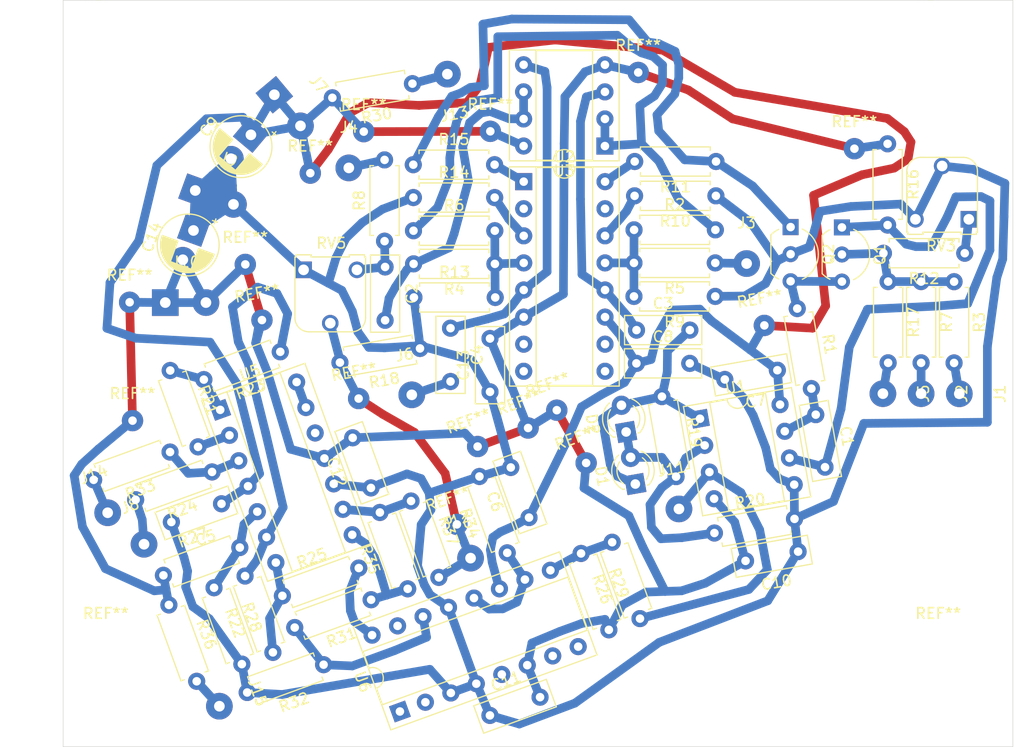
<source format=kicad_pcb>
(kicad_pcb (version 20171130) (host pcbnew "(5.1.2-1)-1")
  (layers (0 F.Cu signal) (31 B.Cu signal) (34 B.Paste user) (35 F.Paste user) (36 B.SilkS user) (37 F.SilkS user hide) (38 B.Mask user) (39 F.Mask user) (44 Edge.Cuts user))
  (net 0 "")
  (net 1 "Net-(C1-Pad2)")
  (net 2 "Net-(C1-Pad1)")
  (net 3 "Net-(C2-Pad1)")
  (net 4 "Net-(C2-Pad2)")
  (net 5 "Net-(C3-Pad1)")
  (net 6 "Net-(C3-Pad2)")
  (net 7 "Net-(C4-Pad2)")
  (net 8 "Net-(C4-Pad1)")
  (net 9 Earth)
  (net 10 +12V)
  (net 11 -12V)
  (net 12 "Net-(D1-Pad2)")
  (net 13 "Net-(J1-Pad1)")
  (net 14 "Net-(J2-Pad1)")
  (net 15 "Net-(J3-Pad1)")
  (net 16 "Net-(J4-Pad1)")
  (net 17 "Net-(J5-Pad1)")
  (net 18 "Net-(J8-Pad1)")
  (net 19 RES_OUT)
  (net 20 RES_IN)
  (net 21 "Net-(Q1-Pad3)")
  (net 22 "Net-(Q1-Pad2)")
  (net 23 IABC)
  (net 24 "Net-(R2-Pad1)")
  (net 25 "Net-(R2-Pad2)")
  (net 26 "Net-(R13-Pad2)")
  (net 27 "Net-(R10-Pad2)")
  (net 28 "Net-(R11-Pad2)")
  (net 29 "Net-(R12-Pad1)")
  (net 30 "Net-(R14-Pad2)")
  (net 31 "Net-(R15-Pad2)")
  (net 32 "Net-(R21-Pad2)")
  (net 33 "Net-(R21-Pad1)")
  (net 34 "Net-(R22-Pad1)")
  (net 35 "Net-(R22-Pad2)")
  (net 36 "Net-(R24-Pad1)")
  (net 37 "Net-(R25-Pad2)")
  (net 38 "Net-(R26-Pad2)")
  (net 39 "Net-(R27-Pad2)")
  (net 40 "Net-(R31-Pad1)")
  (net 41 "Net-(R31-Pad2)")
  (net 42 "Net-(R34-Pad1)")
  (net 43 "Net-(R35-Pad2)")
  (net 44 "Net-(U2-Pad8)")
  (net 45 "Net-(U2-Pad15)")
  (net 46 "Net-(U2-Pad7)")
  (net 47 "Net-(U2-Pad10)")
  (net 48 "Net-(U2-Pad2)")
  (net 49 "Net-(U2-Pad9)")
  (net 50 "Net-(U5-Pad12)")
  (net 51 "Net-(U5-Pad13)")
  (net 52 "Net-(U6-Pad1)")
  (net 53 "Net-(U6-Pad2)")
  (net 54 "Net-(U6-Pad5)")
  (net 55 "Net-(U6-Pad7)")
  (net 56 "Net-(U6-Pad15)")
  (net 57 "Net-(U6-Pad8)")
  (net 58 "Net-(J13-Pad1)")
  (net 59 "Net-(J14-Pad1)")
  (net 60 "Net-(J15-Pad1)")
  (module MountingHole:MountingHole_3.5mm (layer F.Cu) (at 94 16)
    (fp_text reference REF** (at 0 -4.5) (layer F.SilkS))
    (fp_text value MountingHole_3.5mm)
    (pad 1 np_thru_hole circle (at 0 0) (size 3.5 3.5) (drill 3.5) (layers *.Cu *.Mask))
  )
  (module MountingHole:MountingHole_3.5mm (layer F.Cu) (at 94 74)
    (fp_text reference REF** (at 0 -4.5) (layer F.SilkS))
    (fp_text value MountingHole_3.5mm)
    (pad 1 np_thru_hole circle (at 0 0) (size 3.5 3.5) (drill 3.5) (layers *.Cu *.Mask))
  )
  (module MountingHole:MountingHole_3.5mm (layer F.Cu) (at 16 74)
    (fp_text reference REF** (at 0 -4.5) (layer F.SilkS))
    (fp_text value MountingHole_3.5mm)
    (pad 1 np_thru_hole circle (at 0 0) (size 3.5 3.5) (drill 3.5) (layers *.Cu *.Mask))
  )
  (module MountingHole:MountingHole_3.5mm (layer F.Cu) (at 16 16)
    (fp_text reference REF** (at 0 -4.5) (layer F.SilkS))
    (fp_text value MountingHole_3.5mm)
    (pad 1 np_thru_hole circle (at 0 0) (size 3.5 3.5) (drill 3.5) (layers *.Cu *.Mask))
  )
  (module Connector_Wire:SolderWirePad_1x01_Drill0.8mm (layer F.Cu) (at 35.16 28.21)
    (fp_text reference REF** (at 0 -2.54) (layer F.SilkS))
    (fp_text value SolderWirePad_1x01_Drill0.8mm)
    (pad 1 thru_hole circle (at 0 0) (size 1.99898 1.99898) (drill 0.8001) (layers *.Cu *.Mask) (net 10 +12V))
  )
  (module Connector_Wire:SolderWirePad_1x01_Drill0.8mm (layer F.Cu) (at 77.71 42.49 10)
    (fp_text reference REF** (at 0 -2.54 10) (layer F.SilkS))
    (fp_text value SolderWirePad_1x01_Drill0.8mm)
    (pad 1 thru_hole circle (at 0 0 10) (size 1.99898 1.99898) (drill 0.8001) (layers *.Cu *.Mask) (net 10 +12V))
  )
  (module Connector_Wire:SolderWirePad_1x01_Drill0.8mm (layer F.Cu) (at 40.17 24.32)
    (fp_text reference REF** (at 0 -2.54) (layer F.SilkS))
    (fp_text value SolderWirePad_1x01_Drill0.8mm)
    (pad 1 thru_hole circle (at 0 0) (size 1.99898 1.99898) (drill 0.8001) (layers *.Cu *.Mask) (net 10 +12V))
  )
  (module Connector_Wire:SolderWirePad_1x01_Drill0.8mm (layer F.Cu) (at 52.03 24.29)
    (fp_text reference REF** (at 0 -2.54) (layer F.SilkS))
    (fp_text value SolderWirePad_1x01_Drill0.8mm)
    (pad 1 thru_hole circle (at 0 0) (size 1.99898 1.99898) (drill 0.8001) (layers *.Cu *.Mask) (net 10 +12V))
  )
  (module Connector_Wire:SolderWirePad_1x01_Drill0.8mm (layer F.Cu) (at 86.15 25.92)
    (fp_text reference REF** (at 0 -2.54) (layer F.SilkS))
    (fp_text value SolderWirePad_1x01_Drill0.8mm)
    (pad 1 thru_hole circle (at 0 0) (size 1.99898 1.99898) (drill 0.8001) (layers *.Cu *.Mask) (net 11 -12V))
  )
  (module Connector_Wire:SolderWirePad_1x01_Drill0.8mm (layer F.Cu) (at 65.89 18.77)
    (fp_text reference REF** (at 0 -2.54) (layer F.SilkS))
    (fp_text value SolderWirePad_1x01_Drill0.8mm)
    (pad 1 thru_hole circle (at 0 0) (size 1.99898 1.99898) (drill 0.8001) (layers *.Cu *.Mask) (net 11 -12V))
  )
  (module Connector_Wire:SolderWirePad_1x01_Drill0.8mm (layer F.Cu) (at 18.5 51.42)
    (fp_text reference REF** (at 0 -2.54) (layer F.SilkS))
    (fp_text value SolderWirePad_1x01_Drill0.8mm)
    (pad 1 thru_hole circle (at 0 0) (size 1.99898 1.99898) (drill 0.8001) (layers *.Cu *.Mask) (net 11 -12V))
  )
  (module Connector_Wire:SolderWirePad_1x01_Drill0.8mm (layer F.Cu) (at 18.23 40.32)
    (fp_text reference REF** (at 0 -2.54) (layer F.SilkS))
    (fp_text value SolderWirePad_1x01_Drill0.8mm)
    (pad 1 thru_hole circle (at 0 0) (size 1.99898 1.99898) (drill 0.8001) (layers *.Cu *.Mask) (net 11 -12V))
  )
  (module Connector_Wire:SolderWirePad_1x01_Drill0.8mm (layer F.Cu) (at 29.07 36.77)
    (fp_text reference REF** (at 0 -2.54) (layer F.SilkS))
    (fp_text value SolderWirePad_1x01_Drill0.8mm)
    (pad 1 thru_hole circle (at 0 0) (size 1.99898 1.99898) (drill 0.8001) (layers *.Cu *.Mask) (net 11 -12V))
  )
  (module Connector_Wire:SolderWirePad_1x01_Drill0.8mm (layer F.Cu) (at 30.63 41.99 10)
    (fp_text reference REF** (at 0 -2.54 10) (layer F.SilkS))
    (fp_text value SolderWirePad_1x01_Drill0.8mm)
    (pad 1 thru_hole circle (at 0 0 10) (size 1.99898 1.99898) (drill 0.8001) (layers *.Cu *.Mask) (net 11 -12V))
  )
  (module Connector_Wire:SolderWirePad_1x01_Drill0.8mm (layer F.Cu) (at 39.69 49.35 10)
    (fp_text reference REF** (at 0 -2.54 10) (layer F.SilkS))
    (fp_text value SolderWirePad_1x01_Drill0.8mm)
    (pad 1 thru_hole circle (at 0 0 10) (size 1.99898 1.99898) (drill 0.8001) (layers *.Cu *.Mask) (net 20 RES_IN))
  )
  (module Connector_Wire:SolderWirePad_1x01_Drill0.8mm (layer F.Cu) (at 48.9 61.15 20)
    (fp_text reference REF** (at 0 -2.54 20) (layer F.SilkS))
    (fp_text value SolderWirePad_1x01_Drill0.8mm)
    (pad 1 thru_hole circle (at 0 0 20) (size 1.99898 1.99898) (drill 0.8001) (layers *.Cu *.Mask) (net 20 RES_IN))
  )
  (module Connector_Wire:SolderWirePad_1x01_Drill0.8mm (layer F.Cu) (at 61.01 55.39 20)
    (fp_text reference REF** (at 0 -2.54 20) (layer F.SilkS))
    (fp_text value SolderWirePad_1x01_Drill0.8mm)
    (pad 1 thru_hole circle (at 0 0 20) (size 1.99898 1.99898) (drill 0.8001) (layers *.Cu *.Mask) (net 11 -12V))
  )
  (module Connector_Wire:SolderWirePad_1x01_Drill0.8mm (layer F.Cu) (at 58.26 50.44 20)
    (fp_text reference REF** (at 0 -2.54 20) (layer F.SilkS))
    (fp_text value SolderWirePad_1x01_Drill0.8mm)
    (pad 1 thru_hole circle (at 0 0 20) (size 1.99898 1.99898) (drill 0.8001) (layers *.Cu *.Mask) (net 11 -12V))
  )
  (module Connector_Wire:SolderWirePad_1x01_Drill0.8mm (layer F.Cu) (at 55.57 52.11 20)
    (fp_text reference REF** (at 0 -2.54 20) (layer F.SilkS))
    (fp_text value SolderWirePad_1x01_Drill0.8mm)
    (pad 1 thru_hole circle (at 0 0 20) (size 1.99898 1.99898) (drill 0.8001) (layers *.Cu *.Mask) (net 11 -12V))
  )
  (module Connector_Wire:SolderWirePad_1x01_Drill0.8mm (layer F.Cu) (at 50.84 53.85 20)
    (fp_text reference REF** (at 0 -2.54 20) (layer F.SilkS))
    (fp_text value SolderWirePad_1x01_Drill0.8mm)
    (pad 1 thru_hole circle (at 0 0 20) (size 1.99898 1.99898) (drill 0.8001) (layers *.Cu *.Mask) (net 11 -12V))
  )
  (module Connector_Wire:SolderWirePad_1x01_Drill1mm (layer F.Cu) (at 26.64 78.2 290)
    (fp_text reference J15 (at 0 -3.81 110) (layer F.SilkS))
    (fp_text value Res3)
    (pad 1 thru_hole circle (at 0 0 290) (size 2.49936 2.49936) (drill 1.00076) (layers *.Cu *.Mask) (net 60 "Net-(J15-Pad1)"))
  )
  (module Connector_Wire:SolderWirePad_1x01_Drill1mm (layer F.Cu) (at 16.171947 60.058077 20)
    (fp_text reference J14 (at 0 -3.81 20) (layer F.SilkS))
    (fp_text value Res2)
    (pad 1 thru_hole circle (at 0 0 20) (size 2.49936 2.49936) (drill 1.00076) (layers *.Cu *.Mask) (net 59 "Net-(J14-Pad1)"))
  )
  (module Connector_Wire:SolderWirePad_1x01_Drill1mm (layer F.Cu) (at 48.006026 18.929523 190)
    (fp_text reference J13 (at 0 -3.81 10) (layer F.SilkS))
    (fp_text value Res1)
    (pad 1 thru_hole circle (at 0 0 190) (size 2.49936 2.49936) (drill 1.00076) (layers *.Cu *.Mask) (net 58 "Net-(J13-Pad1)"))
  )
  (module Package_TO_SOT_THT:TO-92_Inline_Wide (layer F.Cu) (at 80.17 33.27 270)
    (fp_text reference Q2 (at 2.54 -3.56 90) (layer F.SilkS))
    (fp_text value BC557)
    (pad 1 thru_hole rect (at 0 0) (size 1.5 1.5) (drill 0.8) (layers *.Cu *.Mask) (net 23 IABC))
    (pad 3 thru_hole circle (at 5.08 0) (size 1.5 1.5) (drill 0.8) (layers *.Cu *.Mask) (net 21 "Net-(Q1-Pad3)"))
    (pad 2 thru_hole circle (at 2.54 0) (size 1.5 1.5) (drill 0.8) (layers *.Cu *.Mask) (net 9 Earth))
  )
  (module Package_TO_SOT_THT:TO-92_Inline_Wide (layer F.Cu) (at 84.979999 33.300001 270)
    (fp_text reference Q1 (at 2.54 -3.56 90) (layer F.SilkS))
    (fp_text value BC557)
    (pad 1 thru_hole rect (at 0 0) (size 1.5 1.5) (drill 0.8) (layers *.Cu *.Mask) (net 1 "Net-(C1-Pad2)"))
    (pad 3 thru_hole circle (at 5.08 0) (size 1.5 1.5) (drill 0.8) (layers *.Cu *.Mask) (net 21 "Net-(Q1-Pad3)"))
    (pad 2 thru_hole circle (at 2.54 0) (size 1.5 1.5) (drill 0.8) (layers *.Cu *.Mask) (net 22 "Net-(Q1-Pad2)"))
  )
  (module Capacitor_THT:C_Rect_L7.0mm_W2.5mm_P5.00mm (layer F.Cu) (at 82.527309 50.860848 280)
    (fp_text reference C1 (at 2.5 -2.5 100) (layer F.SilkS))
    (fp_text value 4n7)
    (pad 2 thru_hole circle (at 5 0 280) (size 1.6 1.6) (drill 0.8) (layers *.Cu *.Mask) (net 1 "Net-(C1-Pad2)"))
    (pad 1 thru_hole circle (at 0 0 280) (size 1.6 1.6) (drill 0.8) (layers *.Cu *.Mask) (net 2 "Net-(C1-Pad1)"))
  )
  (module Capacitor_THT:C_Rect_L7.0mm_W2.5mm_P5.00mm (layer F.Cu) (at 42.17 37.01 270)
    (fp_text reference C2 (at 2.5 -2.5 90) (layer F.SilkS))
    (fp_text value 470n)
    (pad 1 thru_hole circle (at 0 0 270) (size 1.6 1.6) (drill 0.8) (layers *.Cu *.Mask) (net 3 "Net-(C2-Pad1)"))
    (pad 2 thru_hole circle (at 5 0 270) (size 1.6 1.6) (drill 0.8) (layers *.Cu *.Mask) (net 4 "Net-(C2-Pad2)"))
  )
  (module Capacitor_THT:C_Rect_L7.0mm_W2.5mm_P5.00mm (layer F.Cu) (at 65.73 42.93)
    (fp_text reference C3 (at 2.5 -2.5) (layer F.SilkS))
    (fp_text value 1n)
    (pad 1 thru_hole circle (at 0 0) (size 1.6 1.6) (drill 0.8) (layers *.Cu *.Mask) (net 5 "Net-(C3-Pad1)"))
    (pad 2 thru_hole circle (at 5 0) (size 1.6 1.6) (drill 0.8) (layers *.Cu *.Mask) (net 6 "Net-(C3-Pad2)"))
  )
  (module Capacitor_THT:C_Rect_L7.0mm_W2.5mm_P5.00mm (layer F.Cu) (at 48.3 42.75 270)
    (fp_text reference C4 (at 2.5 -2.5 90) (layer F.SilkS))
    (fp_text value 1n)
    (pad 2 thru_hole circle (at 5 0 270) (size 1.6 1.6) (drill 0.8) (layers *.Cu *.Mask) (net 7 "Net-(C4-Pad2)"))
    (pad 1 thru_hole circle (at 0 0 270) (size 1.6 1.6) (drill 0.8) (layers *.Cu *.Mask) (net 8 "Net-(C4-Pad1)"))
  )
  (module Capacitor_THT:C_Rect_L7.0mm_W2.5mm_P5.00mm (layer F.Cu) (at 26.838355 59.21937 200)
    (fp_text reference C5 (at 2.5 -2.5 20) (layer F.SilkS))
    (fp_text value 100n)
    (pad 2 thru_hole circle (at 5 0 200) (size 1.6 1.6) (drill 0.8) (layers *.Cu *.Mask) (net 9 Earth))
    (pad 1 thru_hole circle (at 0 0 200) (size 1.6 1.6) (drill 0.8) (layers *.Cu *.Mask) (net 10 +12V))
  )
  (module Capacitor_THT:C_Rect_L7.0mm_W2.5mm_P5.00mm (layer F.Cu) (at 55.657931 60.510351 110)
    (fp_text reference C6 (at 2.5 -2.5 110) (layer F.SilkS))
    (fp_text value 100n)
    (pad 1 thru_hole circle (at 0 0 110) (size 1.6 1.6) (drill 0.8) (layers *.Cu *.Mask) (net 10 +12V))
    (pad 2 thru_hole circle (at 5 0 110) (size 1.6 1.6) (drill 0.8) (layers *.Cu *.Mask) (net 9 Earth))
  )
  (module Capacitor_THT:C_Rect_L7.0mm_W2.5mm_P5.00mm (layer F.Cu) (at 78.928794 46.692394 190)
    (fp_text reference C7 (at 2.5 -2.5 10) (layer F.SilkS))
    (fp_text value 100n)
    (pad 2 thru_hole circle (at 5 0 190) (size 1.6 1.6) (drill 0.8) (layers *.Cu *.Mask) (net 9 Earth))
    (pad 1 thru_hole circle (at 0 0 190) (size 1.6 1.6) (drill 0.8) (layers *.Cu *.Mask) (net 10 +12V))
  )
  (module Capacitor_THT:C_Rect_L7.0mm_W2.5mm_P5.00mm (layer F.Cu) (at 65.72 46.05)
    (fp_text reference C8 (at 2.5 -2.5) (layer F.SilkS))
    (fp_text value 100n)
    (pad 1 thru_hole circle (at 0 0) (size 1.6 1.6) (drill 0.8) (layers *.Cu *.Mask) (net 10 +12V))
    (pad 2 thru_hole circle (at 5 0) (size 1.6 1.6) (drill 0.8) (layers *.Cu *.Mask) (net 9 Earth))
  )
  (module Capacitor_THT:CP_Radial_D5.0mm_P2.0mm_Bigger_Holes (layer F.Cu) (at 27.83 25.46 230)
    (fp_text reference C9 (at 0.1524 2.6416 50) (layer F.SilkS))
    (fp_text value 10u)
    (pad 1 thru_hole rect (at -1.778 -0.8128 230) (size 2.4 2.4) (drill 1) (layers *.Cu *.Mask) (net 10 +12V))
    (pad 2 thru_hole circle (at 1.143 -0.8128 230) (size 2.4 2.4) (drill 1) (layers *.Cu *.Mask) (net 9 Earth))
  )
  (module Capacitor_THT:C_Rect_L7.0mm_W2.5mm_P5.00mm (layer F.Cu) (at 80.872242 63.703354 190)
    (fp_text reference C10 (at 2.5 -2.5 10) (layer F.SilkS))
    (fp_text value 100n)
    (pad 2 thru_hole circle (at 5 0 190) (size 1.6 1.6) (drill 0.8) (layers *.Cu *.Mask) (net 11 -12V))
    (pad 1 thru_hole circle (at 0 0 190) (size 1.6 1.6) (drill 0.8) (layers *.Cu *.Mask) (net 9 Earth))
  )
  (module Capacitor_THT:C_Rect_L7.0mm_W2.5mm_P5.00mm (layer F.Cu) (at 51.992225 79.062954 20)
    (fp_text reference C11 (at 2.5 -2.5 20) (layer F.SilkS))
    (fp_text value 100n)
    (pad 1 thru_hole circle (at 0 0 20) (size 1.6 1.6) (drill 0.8) (layers *.Cu *.Mask) (net 9 Earth))
    (pad 2 thru_hole circle (at 5 0 20) (size 1.6 1.6) (drill 0.8) (layers *.Cu *.Mask) (net 11 -12V))
  )
  (module Capacitor_THT:C_Rect_L7.0mm_W2.5mm_P5.00mm (layer F.Cu) (at 40.843402 57.729512 110)
    (fp_text reference C12 (at 2.5 -2.5 110) (layer F.SilkS))
    (fp_text value 100n)
    (pad 2 thru_hole circle (at 5 0 110) (size 1.6 1.6) (drill 0.8) (layers *.Cu *.Mask) (net 11 -12V))
    (pad 1 thru_hole circle (at 0 0 110) (size 1.6 1.6) (drill 0.8) (layers *.Cu *.Mask) (net 9 Earth))
  )
  (module Capacitor_THT:C_Rect_L7.0mm_W2.5mm_P5.00mm (layer F.Cu) (at 52 48.72 90)
    (fp_text reference C13 (at 2.5 -2.5 90) (layer F.SilkS))
    (fp_text value 100n)
    (pad 1 thru_hole circle (at 0 0 90) (size 1.6 1.6) (drill 0.8) (layers *.Cu *.Mask) (net 9 Earth))
    (pad 2 thru_hole circle (at 5 0 90) (size 1.6 1.6) (drill 0.8) (layers *.Cu *.Mask) (net 11 -12V))
  )
  (module Capacitor_THT:CP_Radial_D5.0mm_P2.0mm_Bigger_Holes (layer F.Cu) (at 22.84 34.98 250)
    (fp_text reference C14 (at 0.1524 2.6416 70) (layer F.SilkS))
    (fp_text value 10u)
    (pad 2 thru_hole circle (at 1.143 -0.8128 250) (size 2.4 2.4) (drill 1) (layers *.Cu *.Mask) (net 11 -12V))
    (pad 1 thru_hole rect (at -1.778 -0.8128 250) (size 2.4 2.4) (drill 1) (layers *.Cu *.Mask) (net 9 Earth))
  )
  (module LED_THT:LED_D3.0mm (layer F.Cu) (at 65.619986 57.365595 100)
    (fp_text reference D1 (at 1.27 -2.96 100) (layer F.SilkS))
    (fp_text value LED)
    (pad 1 thru_hole rect (at 0 0 100) (size 1.8 1.8) (drill 0.9) (layers *.Cu *.Mask) (net 6 "Net-(C3-Pad2)"))
    (pad 2 thru_hole circle (at 2.54 0 100) (size 1.8 1.8) (drill 0.9) (layers *.Cu *.Mask) (net 12 "Net-(D1-Pad2)"))
  )
  (module LED_THT:LED_D3.0mm (layer F.Cu) (at 64.758691 52.480949 100)
    (fp_text reference D2 (at 1.27 -2.96 100) (layer F.SilkS))
    (fp_text value LED)
    (pad 2 thru_hole circle (at 2.54 0 100) (size 1.8 1.8) (drill 0.9) (layers *.Cu *.Mask) (net 6 "Net-(C3-Pad2)"))
    (pad 1 thru_hole rect (at 0 0 100) (size 1.8 1.8) (drill 0.9) (layers *.Cu *.Mask) (net 12 "Net-(D1-Pad2)"))
  )
  (module Connector_Wire:SolderWirePad_1x01_Drill1mm (layer F.Cu) (at 95.98 48.900001 270)
    (fp_text reference J1 (at 0 -3.81 90) (layer F.SilkS))
    (fp_text value CV1)
    (pad 1 thru_hole circle (at 0 0 270) (size 2.49936 2.49936) (drill 1.00076) (layers *.Cu *.Mask) (net 13 "Net-(J1-Pad1)"))
  )
  (module Connector_Wire:SolderWirePad_1x01_Drill1mm (layer F.Cu) (at 92.4 48.889999 270)
    (fp_text reference J2 (at 0 -3.81 90) (layer F.SilkS))
    (fp_text value CV2)
    (pad 1 thru_hole circle (at 0 0 270) (size 2.49936 2.49936) (drill 1.00076) (layers *.Cu *.Mask) (net 14 "Net-(J2-Pad1)"))
  )
  (module Connector_Wire:SolderWirePad_1x01_Drill1mm (layer F.Cu) (at 76.05 36.69)
    (fp_text reference J3 (at 0 -3.81) (layer F.SilkS))
    (fp_text value LP_IN)
    (pad 1 thru_hole circle (at 0 0) (size 2.49936 2.49936) (drill 1.00076) (layers *.Cu *.Mask) (net 15 "Net-(J3-Pad1)"))
  )
  (module Connector_Wire:SolderWirePad_1x01_Drill1mm (layer F.Cu) (at 38.77 27.72)
    (fp_text reference J4 (at 0 -3.81) (layer F.SilkS))
    (fp_text value Out)
    (pad 1 thru_hole circle (at 0 0) (size 2.49936 2.49936) (drill 1.00076) (layers *.Cu *.Mask) (net 16 "Net-(J4-Pad1)"))
  )
  (module Connector_Wire:SolderWirePad_1x01_Drill1mm (layer F.Cu) (at 88.819999 48.890001 270)
    (fp_text reference J5 (at 0 -3.81 90) (layer F.SilkS))
    (fp_text value Cutoff)
    (pad 1 thru_hole circle (at 0 0 270) (size 2.49936 2.49936) (drill 1.00076) (layers *.Cu *.Mask) (net 17 "Net-(J5-Pad1)"))
  )
  (module Connector_Wire:SolderWirePad_1x01_Drill1mm (layer F.Cu) (at 44.67 49 10)
    (fp_text reference J6 (at 0 -3.81 10) (layer F.SilkS))
    (fp_text value HP_IN)
    (pad 1 thru_hole circle (at 0 0 10) (size 2.49936 2.49936) (drill 1.00076) (layers *.Cu *.Mask) (net 7 "Net-(C4-Pad2)"))
  )
  (module Connector_Wire:SolderWirePad_1x02_P3.81mm_Drill1mm (layer F.Cu) (at 31.79 20.86 310)
    (fp_text reference J7 (at 1.905 -3.81 130) (layer F.SilkS))
    (fp_text value +12V)
    (pad 1 thru_hole rect (at 0 0 310) (size 2.49936 2.49936) (drill 1.00076) (layers *.Cu *.Mask) (net 10 +12V))
    (pad 2 thru_hole circle (at 3.81 0 310) (size 2.49936 2.49936) (drill 1.00076) (layers *.Cu *.Mask) (net 10 +12V))
  )
  (module Connector_Wire:SolderWirePad_1x01_Drill1mm (layer F.Cu) (at 19.577434 63.011441 20)
    (fp_text reference J8 (at 0 -3.81 20) (layer F.SilkS))
    (fp_text value Res_CV)
    (pad 1 thru_hole circle (at 0 0 20) (size 2.49936 2.49936) (drill 1.00076) (layers *.Cu *.Mask) (net 18 "Net-(J8-Pad1)"))
  )
  (module Connector_Wire:SolderWirePad_1x02_P3.81mm_Drill1mm (layer F.Cu) (at 24.37977 29.836903 340)
    (fp_text reference J9 (at 1.905 -3.81 160) (layer F.SilkS))
    (fp_text value GND)
    (pad 2 thru_hole circle (at 3.81 0 340) (size 2.49936 2.49936) (drill 1.00076) (layers *.Cu *.Mask) (net 9 Earth))
    (pad 1 thru_hole rect (at 0 0 340) (size 2.49936 2.49936) (drill 1.00076) (layers *.Cu *.Mask) (net 9 Earth))
  )
  (module Connector_Wire:SolderWirePad_1x02_P3.81mm_Drill1mm (layer F.Cu) (at 21.57 40.35)
    (fp_text reference J10 (at 1.905 -3.81) (layer F.SilkS))
    (fp_text value -12V)
    (pad 1 thru_hole rect (at 0 0) (size 2.49936 2.49936) (drill 1.00076) (layers *.Cu *.Mask) (net 11 -12V))
    (pad 2 thru_hole circle (at 3.81 0) (size 2.49936 2.49936) (drill 1.00076) (layers *.Cu *.Mask) (net 11 -12V))
  )
  (module Connector_Wire:SolderWirePad_1x01_Drill1mm (layer F.Cu) (at 69.70767 59.70126 10)
    (fp_text reference J11 (at 0 -3.81 10) (layer F.SilkS))
    (fp_text value Res_Out)
    (pad 1 thru_hole circle (at 0 0 10) (size 2.49936 2.49936) (drill 1.00076) (layers *.Cu *.Mask) (net 19 RES_OUT))
  )
  (module Connector_Wire:SolderWirePad_1x01_Drill1mm (layer F.Cu) (at 50.178347 64.313858 20)
    (fp_text reference J12 (at 0 -3.81 20) (layer F.SilkS))
    (fp_text value Res_In)
    (pad 1 thru_hole circle (at 0 0 20) (size 2.49936 2.49936) (drill 1.00076) (layers *.Cu *.Mask) (net 20 RES_IN))
  )
  (module Resistor_THT:R_Axial_DIN0207_L6.3mm_D2.5mm_P7.62mm_Horizontal (layer F.Cu) (at 80.793157 40.910816 280)
    (fp_text reference R1 (at 3.81 -2.37 100) (layer F.SilkS))
    (fp_text value 4k7)
    (pad 1 thru_hole circle (at 0 0 280) (size 1.6 1.6) (drill 0.8) (layers *.Cu *.Mask) (net 21 "Net-(Q1-Pad3)"))
    (pad 2 thru_hole oval (at 7.62 0 280) (size 1.6 1.6) (drill 0.8) (layers *.Cu *.Mask) (net 2 "Net-(C1-Pad1)"))
  )
  (module Resistor_THT:R_Axial_DIN0207_L6.3mm_D2.5mm_P7.62mm_Horizontal (layer F.Cu) (at 65.5 33.53)
    (fp_text reference R2 (at 3.81 -2.37) (layer F.SilkS))
    (fp_text value 10k)
    (pad 1 thru_hole circle (at 0 0) (size 1.6 1.6) (drill 0.8) (layers *.Cu *.Mask) (net 24 "Net-(R2-Pad1)"))
    (pad 2 thru_hole oval (at 7.62 0) (size 1.6 1.6) (drill 0.8) (layers *.Cu *.Mask) (net 25 "Net-(R2-Pad2)"))
  )
  (module Resistor_THT:R_Axial_DIN0207_L6.3mm_D2.5mm_P7.62mm_Horizontal (layer F.Cu) (at 95.49 38.390001 270)
    (fp_text reference R3 (at 3.81 -2.37 90) (layer F.SilkS))
    (fp_text value 100k)
    (pad 1 thru_hole circle (at 0 0 270) (size 1.6 1.6) (drill 0.8) (layers *.Cu *.Mask) (net 22 "Net-(Q1-Pad2)"))
    (pad 2 thru_hole oval (at 7.62 0 270) (size 1.6 1.6) (drill 0.8) (layers *.Cu *.Mask) (net 13 "Net-(J1-Pad1)"))
  )
  (module Resistor_THT:R_Axial_DIN0207_L6.3mm_D2.5mm_P7.62mm_Horizontal (layer F.Cu) (at 52.46 36.72 180)
    (fp_text reference R4 (at 3.81 -2.37) (layer F.SilkS))
    (fp_text value 10k)
    (pad 2 thru_hole oval (at 7.62 0 180) (size 1.6 1.6) (drill 0.8) (layers *.Cu *.Mask) (net 4 "Net-(C2-Pad2)"))
    (pad 1 thru_hole circle (at 0 0 180) (size 1.6 1.6) (drill 0.8) (layers *.Cu *.Mask) (net 26 "Net-(R13-Pad2)"))
  )
  (module Resistor_THT:R_Axial_DIN0207_L6.3mm_D2.5mm_P7.62mm_Horizontal (layer F.Cu) (at 73.11 36.63 180)
    (fp_text reference R5 (at 3.81 -2.37) (layer F.SilkS))
    (fp_text value 4k7)
    (pad 2 thru_hole oval (at 7.62 0 180) (size 1.6 1.6) (drill 0.8) (layers *.Cu *.Mask) (net 24 "Net-(R2-Pad1)"))
    (pad 1 thru_hole circle (at 0 0 180) (size 1.6 1.6) (drill 0.8) (layers *.Cu *.Mask) (net 15 "Net-(J3-Pad1)"))
  )
  (module Resistor_THT:R_Axial_DIN0207_L6.3mm_D2.5mm_P7.62mm_Horizontal (layer F.Cu) (at 44.83 33.61)
    (fp_text reference R6 (at 3.81 -2.37) (layer F.SilkS))
    (fp_text value 10k)
    (pad 2 thru_hole oval (at 7.62 0) (size 1.6 1.6) (drill 0.8) (layers *.Cu *.Mask) (net 26 "Net-(R13-Pad2)"))
    (pad 1 thru_hole circle (at 0 0) (size 1.6 1.6) (drill 0.8) (layers *.Cu *.Mask) (net 25 "Net-(R2-Pad2)"))
  )
  (module Resistor_THT:R_Axial_DIN0207_L6.3mm_D2.5mm_P7.62mm_Horizontal (layer F.Cu) (at 92.4 38.380001 270)
    (fp_text reference R7 (at 3.81 -2.37 90) (layer F.SilkS))
    (fp_text value 100k)
    (pad 2 thru_hole oval (at 7.62 0 270) (size 1.6 1.6) (drill 0.8) (layers *.Cu *.Mask) (net 14 "Net-(J2-Pad1)"))
    (pad 1 thru_hole circle (at 0 0 270) (size 1.6 1.6) (drill 0.8) (layers *.Cu *.Mask) (net 22 "Net-(Q1-Pad2)"))
  )
  (module Resistor_THT:R_Axial_DIN0207_L6.3mm_D2.5mm_P7.62mm_Horizontal (layer F.Cu) (at 42.12 34.59 90)
    (fp_text reference R8 (at 3.81 -2.37 90) (layer F.SilkS))
    (fp_text value 1k)
    (pad 1 thru_hole circle (at 0 0 90) (size 1.6 1.6) (drill 0.8) (layers *.Cu *.Mask) (net 3 "Net-(C2-Pad1)"))
    (pad 2 thru_hole oval (at 7.62 0 90) (size 1.6 1.6) (drill 0.8) (layers *.Cu *.Mask) (net 16 "Net-(J4-Pad1)"))
  )
  (module Resistor_THT:R_Axial_DIN0207_L6.3mm_D2.5mm_P7.62mm_Horizontal (layer F.Cu) (at 73.11 39.77 180)
    (fp_text reference R9 (at 3.81 -2.37) (layer F.SilkS))
    (fp_text value 220)
    (pad 1 thru_hole circle (at 0 0 180) (size 1.6 1.6) (drill 0.8) (layers *.Cu *.Mask) (net 9 Earth))
    (pad 2 thru_hole oval (at 7.62 0 180) (size 1.6 1.6) (drill 0.8) (layers *.Cu *.Mask) (net 24 "Net-(R2-Pad1)"))
  )
  (module Resistor_THT:R_Axial_DIN0207_L6.3mm_D2.5mm_P7.62mm_Horizontal (layer F.Cu) (at 73.17 30.34 180)
    (fp_text reference R10 (at 3.81 -2.37) (layer F.SilkS))
    (fp_text value 220)
    (pad 2 thru_hole oval (at 7.62 0 180) (size 1.6 1.6) (drill 0.8) (layers *.Cu *.Mask) (net 27 "Net-(R10-Pad2)"))
    (pad 1 thru_hole circle (at 0 0 180) (size 1.6 1.6) (drill 0.8) (layers *.Cu *.Mask) (net 9 Earth))
  )
  (module Resistor_THT:R_Axial_DIN0207_L6.3mm_D2.5mm_P7.62mm_Horizontal (layer F.Cu) (at 73.18 27.12 180)
    (fp_text reference R11 (at 3.81 -2.37) (layer F.SilkS))
    (fp_text value 10k)
    (pad 1 thru_hole circle (at 0 0 180) (size 1.6 1.6) (drill 0.8) (layers *.Cu *.Mask) (net 23 IABC))
    (pad 2 thru_hole oval (at 7.62 0 180) (size 1.6 1.6) (drill 0.8) (layers *.Cu *.Mask) (net 28 "Net-(R11-Pad2)"))
  )
  (module Resistor_THT:R_Axial_DIN0207_L6.3mm_D2.5mm_P7.62mm_Horizontal (layer F.Cu) (at 96.490001 35.72 180)
    (fp_text reference R12 (at 3.81 -2.37) (layer F.SilkS))
    (fp_text value 220k)
    (pad 1 thru_hole circle (at 0 0 180) (size 1.6 1.6) (drill 0.8) (layers *.Cu *.Mask) (net 29 "Net-(R12-Pad1)"))
    (pad 2 thru_hole oval (at 7.62 0 180) (size 1.6 1.6) (drill 0.8) (layers *.Cu *.Mask) (net 22 "Net-(Q1-Pad2)"))
  )
  (module Resistor_THT:R_Axial_DIN0207_L6.3mm_D2.5mm_P7.62mm_Horizontal (layer F.Cu) (at 44.87 39.87)
    (fp_text reference R13 (at 3.81 -2.37) (layer F.SilkS))
    (fp_text value 220)
    (pad 1 thru_hole circle (at 0 0) (size 1.6 1.6) (drill 0.8) (layers *.Cu *.Mask) (net 9 Earth))
    (pad 2 thru_hole oval (at 7.62 0) (size 1.6 1.6) (drill 0.8) (layers *.Cu *.Mask) (net 26 "Net-(R13-Pad2)"))
  )
  (module Resistor_THT:R_Axial_DIN0207_L6.3mm_D2.5mm_P7.62mm_Horizontal (layer F.Cu) (at 44.82 30.5)
    (fp_text reference R14 (at 3.81 -2.37) (layer F.SilkS))
    (fp_text value 220)
    (pad 2 thru_hole oval (at 7.62 0) (size 1.6 1.6) (drill 0.8) (layers *.Cu *.Mask) (net 30 "Net-(R14-Pad2)"))
    (pad 1 thru_hole circle (at 0 0) (size 1.6 1.6) (drill 0.8) (layers *.Cu *.Mask) (net 9 Earth))
  )
  (module Resistor_THT:R_Axial_DIN0207_L6.3mm_D2.5mm_P7.62mm_Horizontal (layer F.Cu) (at 44.81 27.42)
    (fp_text reference R15 (at 3.81 -2.37) (layer F.SilkS))
    (fp_text value 10k)
    (pad 1 thru_hole circle (at 0 0) (size 1.6 1.6) (drill 0.8) (layers *.Cu *.Mask) (net 23 IABC))
    (pad 2 thru_hole oval (at 7.62 0) (size 1.6 1.6) (drill 0.8) (layers *.Cu *.Mask) (net 31 "Net-(R15-Pad2)"))
  )
  (module Resistor_THT:R_Axial_DIN0207_L6.3mm_D2.5mm_P7.62mm_Horizontal (layer F.Cu) (at 89.26 25.46 270)
    (fp_text reference R16 (at 3.81 -2.37 90) (layer F.SilkS))
    (fp_text value 470k)
    (pad 2 thru_hole oval (at 7.62 0 270) (size 1.6 1.6) (drill 0.8) (layers *.Cu *.Mask) (net 1 "Net-(C1-Pad2)"))
    (pad 1 thru_hole circle (at 0 0 270) (size 1.6 1.6) (drill 0.8) (layers *.Cu *.Mask) (net 11 -12V))
  )
  (module Resistor_THT:R_Axial_DIN0207_L6.3mm_D2.5mm_P7.62mm_Horizontal (layer F.Cu) (at 89.309997 38.38 270)
    (fp_text reference R17 (at 3.81 -2.37 90) (layer F.SilkS))
    (fp_text value 220k)
    (pad 1 thru_hole circle (at 0 0 270) (size 1.6 1.6) (drill 0.8) (layers *.Cu *.Mask) (net 22 "Net-(Q1-Pad2)"))
    (pad 2 thru_hole oval (at 7.62 0 270) (size 1.6 1.6) (drill 0.8) (layers *.Cu *.Mask) (net 17 "Net-(J5-Pad1)"))
  )
  (module Resistor_THT:R_Axial_DIN0207_L6.3mm_D2.5mm_P7.62mm_Horizontal (layer F.Cu) (at 45.44 44.65 190)
    (fp_text reference R18 (at 3.81 -2.37 10) (layer F.SilkS))
    (fp_text value 47k)
    (pad 2 thru_hole oval (at 7.62 0 190) (size 1.6 1.6) (drill 0.8) (layers *.Cu *.Mask) (net 20 RES_IN))
    (pad 1 thru_hole circle (at 0 0 190) (size 1.6 1.6) (drill 0.8) (layers *.Cu *.Mask) (net 9 Earth))
  )
  (module Resistor_THT:R_Axial_DIN0207_L6.3mm_D2.5mm_P7.62mm_Horizontal (layer F.Cu) (at 68.114368 49.167909 280)
    (fp_text reference R19 (at 3.81 -2.37 100) (layer F.SilkS))
    (fp_text value 10k)
    (pad 2 thru_hole oval (at 7.62 0 280) (size 1.6 1.6) (drill 0.8) (layers *.Cu *.Mask) (net 12 "Net-(D1-Pad2)"))
    (pad 1 thru_hole circle (at 0 0 280) (size 1.6 1.6) (drill 0.8) (layers *.Cu *.Mask) (net 6 "Net-(C3-Pad2)"))
  )
  (module Resistor_THT:R_Axial_DIN0207_L6.3mm_D2.5mm_P7.62mm_Horizontal (layer F.Cu) (at 73.030133 61.958615 10)
    (fp_text reference R20 (at 3.81 -2.37 10) (layer F.SilkS))
    (fp_text value 4k7)
    (pad 1 thru_hole circle (at 0 0 10) (size 1.6 1.6) (drill 0.8) (layers *.Cu *.Mask) (net 12 "Net-(D1-Pad2)"))
    (pad 2 thru_hole oval (at 7.62 0 10) (size 1.6 1.6) (drill 0.8) (layers *.Cu *.Mask) (net 9 Earth))
  )
  (module Resistor_THT:R_Axial_DIN0207_L6.3mm_D2.5mm_P7.62mm_Horizontal (layer F.Cu) (at 22.033179 46.718971 290)
    (fp_text reference R21 (at 3.81 -2.37 110) (layer F.SilkS))
    (fp_text value 120k)
    (pad 2 thru_hole oval (at 7.62 0 290) (size 1.6 1.6) (drill 0.8) (layers *.Cu *.Mask) (net 32 "Net-(R21-Pad2)"))
    (pad 1 thru_hole circle (at 0 0 290) (size 1.6 1.6) (drill 0.8) (layers *.Cu *.Mask) (net 33 "Net-(R21-Pad1)"))
  )
  (module Resistor_THT:R_Axial_DIN0207_L6.3mm_D2.5mm_P7.62mm_Horizontal (layer F.Cu) (at 31.654207 73.152524 110)
    (fp_text reference R22 (at 3.81 -2.37 110) (layer F.SilkS))
    (fp_text value 100k)
    (pad 1 thru_hole circle (at 0 0 110) (size 1.6 1.6) (drill 0.8) (layers *.Cu *.Mask) (net 34 "Net-(R22-Pad1)"))
    (pad 2 thru_hole oval (at 7.62 0 110) (size 1.6 1.6) (drill 0.8) (layers *.Cu *.Mask) (net 35 "Net-(R22-Pad2)"))
  )
  (module Resistor_THT:R_Axial_DIN0207_L6.3mm_D2.5mm_P7.62mm_Horizontal (layer F.Cu) (at 32.345615 44.966205 200)
    (fp_text reference R23 (at 3.81 -2.37 20) (layer F.SilkS))
    (fp_text value 100k)
    (pad 1 thru_hole circle (at 0 0 200) (size 1.6 1.6) (drill 0.8) (layers *.Cu *.Mask) (net 35 "Net-(R22-Pad2)"))
    (pad 2 thru_hole oval (at 7.62 0 200) (size 1.6 1.6) (drill 0.8) (layers *.Cu *.Mask) (net 33 "Net-(R21-Pad1)"))
  )
  (module Resistor_THT:R_Axial_DIN0207_L6.3mm_D2.5mm_P7.62mm_Horizontal (layer F.Cu) (at 25.953215 56.231943 200)
    (fp_text reference R24 (at 3.81 -2.37 20) (layer F.SilkS))
    (fp_text value 100k)
    (pad 2 thru_hole oval (at 7.62 0 200) (size 1.6 1.6) (drill 0.8) (layers *.Cu *.Mask) (net 18 "Net-(J8-Pad1)"))
    (pad 1 thru_hole circle (at 0 0 200) (size 1.6 1.6) (drill 0.8) (layers *.Cu *.Mask) (net 36 "Net-(R24-Pad1)"))
  )
  (module Resistor_THT:R_Axial_DIN0207_L6.3mm_D2.5mm_P7.62mm_Horizontal (layer F.Cu) (at 32.543738 67.84841 20)
    (fp_text reference R25 (at 3.81 -2.37 20) (layer F.SilkS))
    (fp_text value 30k)
    (pad 1 thru_hole circle (at 0 0 20) (size 1.6 1.6) (drill 0.8) (layers *.Cu *.Mask) (net 34 "Net-(R22-Pad1)"))
    (pad 2 thru_hole oval (at 7.62 0 20) (size 1.6 1.6) (drill 0.8) (layers *.Cu *.Mask) (net 37 "Net-(R25-Pad2)"))
  )
  (module Resistor_THT:R_Axial_DIN0207_L6.3mm_D2.5mm_P7.62mm_Horizontal (layer F.Cu) (at 66.055695 69.985529 110)
    (fp_text reference R26 (at 3.81 -2.37 110) (layer F.SilkS))
    (fp_text value 150k)
    (pad 2 thru_hole oval (at 7.62 0 110) (size 1.6 1.6) (drill 0.8) (layers *.Cu *.Mask) (net 38 "Net-(R26-Pad2)"))
    (pad 1 thru_hole circle (at 0 0 110) (size 1.6 1.6) (drill 0.8) (layers *.Cu *.Mask) (net 19 RES_OUT))
  )
  (module Resistor_THT:R_Axial_DIN0207_L6.3mm_D2.5mm_P7.62mm_Horizontal (layer F.Cu) (at 21.393803 65.925974 20)
    (fp_text reference R27 (at 3.81 -2.37 20) (layer F.SilkS))
    (fp_text value 100k)
    (pad 2 thru_hole oval (at 7.62 0 20) (size 1.6 1.6) (drill 0.8) (layers *.Cu *.Mask) (net 39 "Net-(R27-Pad2)"))
    (pad 1 thru_hole circle (at 0 0 20) (size 1.6 1.6) (drill 0.8) (layers *.Cu *.Mask) (net 11 -12V))
  )
  (module Resistor_THT:R_Axial_DIN0207_L6.3mm_D2.5mm_P7.62mm_Horizontal (layer F.Cu) (at 26.139249 67.093337 290)
    (fp_text reference R28 (at 3.81 -2.37 110) (layer F.SilkS))
    (fp_text value 30k)
    (pad 2 thru_hole oval (at 7.62 0 290) (size 1.6 1.6) (drill 0.8) (layers *.Cu *.Mask) (net 9 Earth))
    (pad 1 thru_hole circle (at 0 0 290) (size 1.6 1.6) (drill 0.8) (layers *.Cu *.Mask) (net 39 "Net-(R27-Pad2)"))
  )
  (module Resistor_THT:R_Axial_DIN0207_L6.3mm_D2.5mm_P7.62mm_Horizontal (layer F.Cu) (at 60.533033 63.875937 290)
    (fp_text reference R29 (at 3.81 -2.37 110) (layer F.SilkS))
    (fp_text value 4k7)
    (pad 2 thru_hole oval (at 7.62 0 290) (size 1.6 1.6) (drill 0.8) (layers *.Cu *.Mask) (net 11 -12V))
    (pad 1 thru_hole circle (at 0 0 290) (size 1.6 1.6) (drill 0.8) (layers *.Cu *.Mask) (net 38 "Net-(R26-Pad2)"))
  )
  (module Resistor_THT:R_Axial_DIN0207_L6.3mm_D2.5mm_P7.62mm_Horizontal (layer F.Cu) (at 44.731206 19.821744 190)
    (fp_text reference R30 (at 3.81 -2.37 10) (layer F.SilkS))
    (fp_text value 47k)
    (pad 1 thru_hole circle (at 0 0 190) (size 1.6 1.6) (drill 0.8) (layers *.Cu *.Mask) (net 58 "Net-(J13-Pad1)"))
    (pad 2 thru_hole oval (at 7.62 0 190) (size 1.6 1.6) (drill 0.8) (layers *.Cu *.Mask) (net 10 +12V))
  )
  (module Resistor_THT:R_Axial_DIN0207_L6.3mm_D2.5mm_P7.62mm_Horizontal (layer F.Cu) (at 40.861018 68.215894 200)
    (fp_text reference R31 (at 3.81 -2.37 20) (layer F.SilkS))
    (fp_text value 200k)
    (pad 1 thru_hole circle (at 0 0 200) (size 1.6 1.6) (drill 0.8) (layers *.Cu *.Mask) (net 40 "Net-(R31-Pad1)"))
    (pad 2 thru_hole oval (at 7.62 0 200) (size 1.6 1.6) (drill 0.8) (layers *.Cu *.Mask) (net 41 "Net-(R31-Pad2)"))
  )
  (module Resistor_THT:R_Axial_DIN0207_L6.3mm_D2.5mm_P7.62mm_Horizontal (layer F.Cu) (at 36.40563 74.30707 200)
    (fp_text reference R32 (at 3.81 -2.37 20) (layer F.SilkS))
    (fp_text value 1k)
    (pad 1 thru_hole circle (at 0 0 200) (size 1.6 1.6) (drill 0.8) (layers *.Cu *.Mask) (net 41 "Net-(R31-Pad2)"))
    (pad 2 thru_hole oval (at 7.62 0 200) (size 1.6 1.6) (drill 0.8) (layers *.Cu *.Mask) (net 9 Earth))
  )
  (module Resistor_THT:R_Axial_DIN0207_L6.3mm_D2.5mm_P7.62mm_Horizontal (layer F.Cu) (at 22.017493 54.365477 200)
    (fp_text reference R33 (at 3.81 -2.37 20) (layer F.SilkS))
    (fp_text value 100k)
    (pad 2 thru_hole oval (at 7.62 0 200) (size 1.6 1.6) (drill 0.8) (layers *.Cu *.Mask) (net 59 "Net-(J14-Pad1)"))
    (pad 1 thru_hole circle (at 0 0 200) (size 1.6 1.6) (drill 0.8) (layers *.Cu *.Mask) (net 36 "Net-(R24-Pad1)"))
  )
  (module Resistor_THT:R_Axial_DIN0207_L6.3mm_D2.5mm_P7.62mm_Horizontal (layer F.Cu) (at 53.616136 63.818172 110)
    (fp_text reference R34 (at 3.81 -2.37 110) (layer F.SilkS))
    (fp_text value 30k)
    (pad 2 thru_hole oval (at 7.62 0 110) (size 1.6 1.6) (drill 0.8) (layers *.Cu *.Mask) (net 9 Earth))
    (pad 1 thru_hole circle (at 0 0 110) (size 1.6 1.6) (drill 0.8) (layers *.Cu *.Mask) (net 42 "Net-(R34-Pad1)"))
  )
  (module Resistor_THT:R_Axial_DIN0207_L6.3mm_D2.5mm_P7.62mm_Horizontal (layer F.Cu) (at 44.287545 67.192218 110)
    (fp_text reference R35 (at 3.81 -2.37 110) (layer F.SilkS))
    (fp_text value 120k)
    (pad 2 thru_hole oval (at 7.62 0 110) (size 1.6 1.6) (drill 0.8) (layers *.Cu *.Mask) (net 43 "Net-(R35-Pad2)"))
    (pad 1 thru_hole circle (at 0 0 110) (size 1.6 1.6) (drill 0.8) (layers *.Cu *.Mask) (net 40 "Net-(R31-Pad1)"))
  )
  (module Resistor_THT:R_Axial_DIN0207_L6.3mm_D2.5mm_P7.62mm_Horizontal (layer F.Cu) (at 21.90761 68.702538 290)
    (fp_text reference R36 (at 3.81 -2.37 110) (layer F.SilkS))
    (fp_text value 47k)
    (pad 1 thru_hole circle (at 0 0 290) (size 1.6 1.6) (drill 0.8) (layers *.Cu *.Mask) (net 11 -12V))
    (pad 2 thru_hole oval (at 7.62 0 290) (size 1.6 1.6) (drill 0.8) (layers *.Cu *.Mask) (net 60 "Net-(J15-Pad1)"))
  )
  (module Resistor_THT:R_Axial_DIN0207_L6.3mm_D2.5mm_P7.62mm_Horizontal (layer F.Cu) (at 44.600375 58.958681 290)
    (fp_text reference R37 (at 3.81 -2.37 110) (layer F.SilkS))
    (fp_text value 30k)
    (pad 1 thru_hole circle (at 0 0 290) (size 1.6 1.6) (drill 0.8) (layers *.Cu *.Mask) (net 43 "Net-(R35-Pad2)"))
    (pad 2 thru_hole oval (at 7.62 0 290) (size 1.6 1.6) (drill 0.8) (layers *.Cu *.Mask) (net 20 RES_IN))
  )
  (module Potentiometer_THT:Potentiometer_Runtron_RM-065_Vertical (layer F.Cu) (at 96.87 32.540001 180)
    (fp_text reference RV3 (at 2.6 -2.5) (layer F.SilkS))
    (fp_text value 1k)
    (pad 2 thru_hole circle (at 2.5 5 180) (size 1.55 1.55) (drill 1) (layers *.Cu *.Mask) (net 9 Earth))
    (pad 1 thru_hole rect (at 0 0 180) (size 1.55 1.55) (drill 1) (layers *.Cu *.Mask) (net 29 "Net-(R12-Pad1)"))
    (pad 3 thru_hole circle (at 5 0 180) (size 1.55 1.55) (drill 1) (layers *.Cu *.Mask) (net 9 Earth))
  )
  (module Potentiometer_THT:Potentiometer_Runtron_RM-065_Vertical (layer F.Cu) (at 34.53 37.28)
    (fp_text reference RV5 (at 2.6 -2.5) (layer F.SilkS))
    (fp_text value 100k)
    (pad 3 thru_hole circle (at 5 0) (size 1.55 1.55) (drill 1) (layers *.Cu *.Mask) (net 3 "Net-(C2-Pad1)"))
    (pad 1 thru_hole rect (at 0 0) (size 1.55 1.55) (drill 1) (layers *.Cu *.Mask) (net 9 Earth))
    (pad 2 thru_hole circle (at 2.5 5) (size 1.55 1.55) (drill 1) (layers *.Cu *.Mask) (net 20 RES_IN))
  )
  (module Package_DIP:DIP-8_W7.62mm_Socket (layer F.Cu) (at 71.678417 51.240507 10)
    (fp_text reference U1 (at 3.81 -2.33 10) (layer F.SilkS))
    (fp_text value TL072)
    (pad 1 thru_hole rect (at 0 0 10) (size 1.6 1.6) (drill 0.8) (layers *.Cu *.Mask) (net 6 "Net-(C3-Pad2)"))
    (pad 5 thru_hole oval (at 7.62 7.62 10) (size 1.6 1.6) (drill 0.8) (layers *.Cu *.Mask) (net 9 Earth))
    (pad 2 thru_hole oval (at 0 2.54 10) (size 1.6 1.6) (drill 0.8) (layers *.Cu *.Mask) (net 12 "Net-(D1-Pad2)"))
    (pad 6 thru_hole oval (at 7.62 5.08 10) (size 1.6 1.6) (drill 0.8) (layers *.Cu *.Mask) (net 1 "Net-(C1-Pad2)"))
    (pad 3 thru_hole oval (at 0 5.08 10) (size 1.6 1.6) (drill 0.8) (layers *.Cu *.Mask) (net 19 RES_OUT))
    (pad 7 thru_hole oval (at 7.62 2.54 10) (size 1.6 1.6) (drill 0.8) (layers *.Cu *.Mask) (net 2 "Net-(C1-Pad1)"))
    (pad 4 thru_hole oval (at 0 7.62 10) (size 1.6 1.6) (drill 0.8) (layers *.Cu *.Mask) (net 11 -12V))
    (pad 8 thru_hole oval (at 7.62 0 10) (size 1.6 1.6) (drill 0.8) (layers *.Cu *.Mask) (net 10 +12V))
  )
  (module Package_DIP:DIP-16_W7.62mm_Socket (layer F.Cu) (at 55.16 29.01)
    (fp_text reference U2 (at 3.81 -2.33) (layer F.SilkS))
    (fp_text value LM13700)
    (pad 16 thru_hole oval (at 7.62 0) (size 1.6 1.6) (drill 0.8) (layers *.Cu *.Mask) (net 28 "Net-(R11-Pad2)"))
    (pad 8 thru_hole oval (at 0 17.78) (size 1.6 1.6) (drill 0.8) (layers *.Cu *.Mask) (net 44 "Net-(U2-Pad8)"))
    (pad 15 thru_hole oval (at 7.62 2.54) (size 1.6 1.6) (drill 0.8) (layers *.Cu *.Mask) (net 45 "Net-(U2-Pad15)"))
    (pad 7 thru_hole oval (at 0 15.24) (size 1.6 1.6) (drill 0.8) (layers *.Cu *.Mask) (net 46 "Net-(U2-Pad7)"))
    (pad 14 thru_hole oval (at 7.62 5.08) (size 1.6 1.6) (drill 0.8) (layers *.Cu *.Mask) (net 27 "Net-(R10-Pad2)"))
    (pad 6 thru_hole oval (at 0 12.7) (size 1.6 1.6) (drill 0.8) (layers *.Cu *.Mask) (net 11 -12V))
    (pad 13 thru_hole oval (at 7.62 7.62) (size 1.6 1.6) (drill 0.8) (layers *.Cu *.Mask) (net 24 "Net-(R2-Pad1)"))
    (pad 5 thru_hole oval (at 0 10.16) (size 1.6 1.6) (drill 0.8) (layers *.Cu *.Mask) (net 8 "Net-(C4-Pad1)"))
    (pad 12 thru_hole oval (at 7.62 10.16) (size 1.6 1.6) (drill 0.8) (layers *.Cu *.Mask) (net 5 "Net-(C3-Pad1)"))
    (pad 4 thru_hole oval (at 0 7.62) (size 1.6 1.6) (drill 0.8) (layers *.Cu *.Mask) (net 26 "Net-(R13-Pad2)"))
    (pad 11 thru_hole oval (at 7.62 12.7) (size 1.6 1.6) (drill 0.8) (layers *.Cu *.Mask) (net 10 +12V))
    (pad 3 thru_hole oval (at 0 5.08) (size 1.6 1.6) (drill 0.8) (layers *.Cu *.Mask) (net 30 "Net-(R14-Pad2)"))
    (pad 10 thru_hole oval (at 7.62 15.24) (size 1.6 1.6) (drill 0.8) (layers *.Cu *.Mask) (net 47 "Net-(U2-Pad10)"))
    (pad 2 thru_hole oval (at 0 2.54) (size 1.6 1.6) (drill 0.8) (layers *.Cu *.Mask) (net 48 "Net-(U2-Pad2)"))
    (pad 9 thru_hole oval (at 7.62 17.78) (size 1.6 1.6) (drill 0.8) (layers *.Cu *.Mask) (net 49 "Net-(U2-Pad9)"))
    (pad 1 thru_hole rect (at 0 0) (size 1.6 1.6) (drill 0.8) (layers *.Cu *.Mask) (net 31 "Net-(R15-Pad2)"))
  )
  (module Package_DIP:DIP-8_W7.62mm_Socket (layer F.Cu) (at 62.77 25.67 180)
    (fp_text reference U3 (at 3.81 -2.33) (layer F.SilkS))
    (fp_text value NE5532)
    (pad 8 thru_hole oval (at 7.62 0 180) (size 1.6 1.6) (drill 0.8) (layers *.Cu *.Mask) (net 10 +12V))
    (pad 4 thru_hole oval (at 0 7.62 180) (size 1.6 1.6) (drill 0.8) (layers *.Cu *.Mask) (net 11 -12V))
    (pad 7 thru_hole oval (at 7.62 2.54 180) (size 1.6 1.6) (drill 0.8) (layers *.Cu *.Mask) (net 4 "Net-(C2-Pad2)"))
    (pad 3 thru_hole oval (at 0 5.08 180) (size 1.6 1.6) (drill 0.8) (layers *.Cu *.Mask) (net 5 "Net-(C3-Pad1)"))
    (pad 6 thru_hole oval (at 7.62 5.08 180) (size 1.6 1.6) (drill 0.8) (layers *.Cu *.Mask) (net 4 "Net-(C2-Pad2)"))
    (pad 2 thru_hole oval (at 0 2.54 180) (size 1.6 1.6) (drill 0.8) (layers *.Cu *.Mask) (net 25 "Net-(R2-Pad2)"))
    (pad 5 thru_hole oval (at 7.62 7.62 180) (size 1.6 1.6) (drill 0.8) (layers *.Cu *.Mask) (net 8 "Net-(C4-Pad1)"))
    (pad 1 thru_hole rect (at 0 0 180) (size 1.6 1.6) (drill 0.8) (layers *.Cu *.Mask) (net 25 "Net-(R2-Pad2)"))
  )
  (module Package_DIP:DIP-14_W7.62mm_Socket (layer F.Cu) (at 26.717857 50.40927 20)
    (fp_text reference U5 (at 3.81 -2.33 20) (layer F.SilkS))
    (fp_text value TL074)
    (pad 1 thru_hole rect (at 0 0 20) (size 1.6 1.6) (drill 0.8) (layers *.Cu *.Mask) (net 33 "Net-(R21-Pad1)"))
    (pad 8 thru_hole oval (at 7.62 15.24 20) (size 1.6 1.6) (drill 0.8) (layers *.Cu *.Mask) (net 40 "Net-(R31-Pad1)"))
    (pad 2 thru_hole oval (at 0 2.54 20) (size 1.6 1.6) (drill 0.8) (layers *.Cu *.Mask) (net 32 "Net-(R21-Pad2)"))
    (pad 9 thru_hole oval (at 7.62 12.7 20) (size 1.6 1.6) (drill 0.8) (layers *.Cu *.Mask) (net 43 "Net-(R35-Pad2)"))
    (pad 3 thru_hole oval (at 0 5.08 20) (size 1.6 1.6) (drill 0.8) (layers *.Cu *.Mask) (net 36 "Net-(R24-Pad1)"))
    (pad 10 thru_hole oval (at 7.62 10.16 20) (size 1.6 1.6) (drill 0.8) (layers *.Cu *.Mask) (net 9 Earth))
    (pad 4 thru_hole oval (at 0 7.62 20) (size 1.6 1.6) (drill 0.8) (layers *.Cu *.Mask) (net 10 +12V))
    (pad 11 thru_hole oval (at 7.62 7.62 20) (size 1.6 1.6) (drill 0.8) (layers *.Cu *.Mask) (net 11 -12V))
    (pad 5 thru_hole oval (at 0 10.16 20) (size 1.6 1.6) (drill 0.8) (layers *.Cu *.Mask) (net 39 "Net-(R27-Pad2)"))
    (pad 12 thru_hole oval (at 7.62 5.08 20) (size 1.6 1.6) (drill 0.8) (layers *.Cu *.Mask) (net 50 "Net-(U5-Pad12)"))
    (pad 6 thru_hole oval (at 0 12.7 20) (size 1.6 1.6) (drill 0.8) (layers *.Cu *.Mask) (net 35 "Net-(R22-Pad2)"))
    (pad 13 thru_hole oval (at 7.62 2.54 20) (size 1.6 1.6) (drill 0.8) (layers *.Cu *.Mask) (net 51 "Net-(U5-Pad13)"))
    (pad 7 thru_hole oval (at 0 15.24 20) (size 1.6 1.6) (drill 0.8) (layers *.Cu *.Mask) (net 34 "Net-(R22-Pad1)"))
    (pad 14 thru_hole oval (at 7.62 0 20) (size 1.6 1.6) (drill 0.8) (layers *.Cu *.Mask) (net 51 "Net-(U5-Pad13)"))
  )
  (module Package_DIP:DIP-16_W7.62mm_Socket (layer F.Cu) (at 43.557898 78.695505 110)
    (fp_text reference U6 (at 3.81 -2.33 110) (layer F.SilkS))
    (fp_text value LM13700)
    (pad 1 thru_hole rect (at 0 0 110) (size 1.6 1.6) (drill 0.8) (layers *.Cu *.Mask) (net 52 "Net-(U6-Pad1)"))
    (pad 9 thru_hole oval (at 7.62 17.78 110) (size 1.6 1.6) (drill 0.8) (layers *.Cu *.Mask) (net 38 "Net-(R26-Pad2)"))
    (pad 2 thru_hole oval (at 0 2.54 110) (size 1.6 1.6) (drill 0.8) (layers *.Cu *.Mask) (net 53 "Net-(U6-Pad2)"))
    (pad 10 thru_hole oval (at 7.62 15.24 110) (size 1.6 1.6) (drill 0.8) (layers *.Cu *.Mask) (net 42 "Net-(R34-Pad1)"))
    (pad 3 thru_hole oval (at 0 5.08 110) (size 1.6 1.6) (drill 0.8) (layers *.Cu *.Mask) (net 9 Earth))
    (pad 11 thru_hole oval (at 7.62 12.7 110) (size 1.6 1.6) (drill 0.8) (layers *.Cu *.Mask) (net 10 +12V))
    (pad 4 thru_hole oval (at 0 7.62 110) (size 1.6 1.6) (drill 0.8) (layers *.Cu *.Mask) (net 9 Earth))
    (pad 12 thru_hole oval (at 7.62 10.16 110) (size 1.6 1.6) (drill 0.8) (layers *.Cu *.Mask) (net 42 "Net-(R34-Pad1)"))
    (pad 5 thru_hole oval (at 0 10.16 110) (size 1.6 1.6) (drill 0.8) (layers *.Cu *.Mask) (net 54 "Net-(U6-Pad5)"))
    (pad 13 thru_hole oval (at 7.62 7.62 110) (size 1.6 1.6) (drill 0.8) (layers *.Cu *.Mask) (net 9 Earth))
    (pad 6 thru_hole oval (at 0 12.7 110) (size 1.6 1.6) (drill 0.8) (layers *.Cu *.Mask) (net 11 -12V))
    (pad 14 thru_hole oval (at 7.62 5.08 110) (size 1.6 1.6) (drill 0.8) (layers *.Cu *.Mask) (net 41 "Net-(R31-Pad2)"))
    (pad 7 thru_hole oval (at 0 15.24 110) (size 1.6 1.6) (drill 0.8) (layers *.Cu *.Mask) (net 55 "Net-(U6-Pad7)"))
    (pad 15 thru_hole oval (at 7.62 2.54 110) (size 1.6 1.6) (drill 0.8) (layers *.Cu *.Mask) (net 56 "Net-(U6-Pad15)"))
    (pad 8 thru_hole oval (at 0 17.78 110) (size 1.6 1.6) (drill 0.8) (layers *.Cu *.Mask) (net 57 "Net-(U6-Pad8)"))
    (pad 16 thru_hole oval (at 7.62 0 110) (size 1.6 1.6) (drill 0.8) (layers *.Cu *.Mask) (net 37 "Net-(R25-Pad2)"))
  )
  (gr_line (start 101 12) (end 12 12) (layer Edge.Cuts) (width 0.05))
  (gr_line (start 101 82) (end 101 12) (layer Edge.Cuts) (width 0.05))
  (gr_line (start 12 82) (end 101 82) (layer Edge.Cuts) (width 0.05))
  (gr_line (start 12 12) (end 12 82) (layer Edge.Cuts) (width 0.05))
  (segment (start 84.979999 33.300001) (end 89.259998 33.080001) (width 0.8128) (layer B.Cu) (net 1))
  (segment (start 83.39555 55.784886) (end 80.064785 54.92013) (width 0.8128) (layer B.Cu) (net 1))
  (segment (start 83.39555 55.784887) (end 84.9 50.31) (width 0.8128) (layer B.Cu) (net 1))
  (segment (start 84.9 50.31) (end 85.67 44.53) (width 0.8128) (layer B.Cu) (net 1))
  (segment (start 85.67 44.53) (end 87.37 40.98) (width 0.8128) (layer B.Cu) (net 1))
  (segment (start 87.37 40.98) (end 93.84 40.68) (width 0.8128) (layer B.Cu) (net 1))
  (segment (start 93.84 40.68) (end 96.77 40.44) (width 0.8128) (layer B.Cu) (net 1))
  (segment (start 96.77 40.44) (end 98.85 35.43) (width 0.8128) (layer B.Cu) (net 1))
  (segment (start 98.85 35.43) (end 98.85 30.81) (width 0.8128) (layer B.Cu) (net 1))
  (segment (start 94.84 32.32) (end 93.38 35.1) (width 0.8128) (layer B.Cu) (net 1))
  (segment (start 93.38 35.1) (end 91.91 35.1) (width 0.8128) (layer B.Cu) (net 1))
  (segment (start 91.91 35.1) (end 90.99 34.87) (width 0.8128) (layer B.Cu) (net 1))
  (segment (start 90.99 34.87) (end 89.26 33.08) (width 0.8128) (layer B.Cu) (net 1))
  (segment (start 95.658582 30.438582) (end 98.017062 30.407062) (width 0.8128) (layer B.Cu) (net 1))
  (segment (start 98.85 30.81) (end 98.017062 30.407062) (width 0.8128) (layer B.Cu) (net 1))
  (segment (start 95.658582 30.438582) (end 94.84 32.32) (width 0.8128) (layer B.Cu) (net 1))
  (segment (start 79.623718 52.418718) (end 82.527309 50.860848) (width 0.8128) (layer B.Cu) (net 2))
  (segment (start 82.527309 50.860848) (end 82.116358 48.415051) (width 0.8128) (layer B.Cu) (net 2))
  (segment (start 39.53 37.28) (end 42.17 37.01) (width 0.8128) (layer B.Cu) (net 3))
  (segment (start 42.17 37.01) (end 42.12 34.59) (width 0.8128) (layer B.Cu) (net 3))
  (segment (start 42.17 42.01) (end 42.54 39.94) (width 0.8128) (layer B.Cu) (net 4))
  (segment (start 42.54 39.94) (end 43.14 38.89) (width 0.8128) (layer B.Cu) (net 4))
  (segment (start 43.14 38.89) (end 44.21 37.26) (width 0.8128) (layer B.Cu) (net 4))
  (segment (start 44.21 37.26) (end 44.84 36.72) (width 0.8128) (layer B.Cu) (net 4))
  (segment (start 55.15 23.13) (end 55.15 20.59) (width 0.8128) (layer B.Cu) (net 4))
  (segment (start 49.98 28.94) (end 48.64 33.88) (width 0.8128) (layer B.Cu) (net 4))
  (segment (start 48.64 33.88) (end 48.170434 35.210434) (width 0.8128) (layer B.Cu) (net 4))
  (segment (start 48.170434 35.210434) (end 44.84 36.72) (width 0.8128) (layer B.Cu) (net 4))
  (segment (start 49.98 28.94) (end 49.44 25.77) (width 0.8128) (layer B.Cu) (net 4))
  (segment (start 49.44 25.77) (end 50.1 23.47) (width 0.8128) (layer B.Cu) (net 4))
  (segment (start 50.1 23.47) (end 51.17 22.56) (width 0.8128) (layer B.Cu) (net 4))
  (segment (start 51.17 22.56) (end 52.02 22.43) (width 0.8128) (layer B.Cu) (net 4))
  (segment (start 52.02 22.43) (end 53.8 23.11) (width 0.8128) (layer B.Cu) (net 4))
  (segment (start 53.8 23.11) (end 55.15 23.13) (width 0.8128) (layer B.Cu) (net 4))
  (segment (start 62.78 39.17) (end 64.52 41.21) (width 0.8128) (layer B.Cu) (net 5))
  (segment (start 64.52 41.21) (end 64.95 41.69) (width 0.8128) (layer B.Cu) (net 5))
  (segment (start 64.95 41.69) (end 65.73 42.93) (width 0.8128) (layer B.Cu) (net 5))
  (segment (start 62.77 20.59) (end 61.03 21.06) (width 0.8128) (layer B.Cu) (net 5))
  (segment (start 61.03 21.06) (end 60.48 23.35) (width 0.8128) (layer B.Cu) (net 5))
  (segment (start 60.48 23.35) (end 60.48 30.65) (width 0.8128) (layer B.Cu) (net 5))
  (segment (start 60.48 30.65) (end 60.62 37.7) (width 0.8128) (layer B.Cu) (net 5))
  (segment (start 60.62 37.7) (end 62.78 39.17) (width 0.8128) (layer B.Cu) (net 5))
  (segment (start 71.678417 51.240507) (end 68.114368 49.167909) (width 0.8128) (layer B.Cu) (net 6))
  (segment (start 68.114368 49.167909) (end 64.317624 49.979537) (width 0.8128) (layer B.Cu) (net 6))
  (segment (start 62.512975 51.262401) (end 64.317624 49.979537) (width 0.8128) (layer B.Cu) (net 6))
  (segment (start 63.947694 56.634884) (end 63.306547 55.762972) (width 0.8128) (layer B.Cu) (net 6))
  (segment (start 63.306547 55.762972) (end 62.512975 51.262401) (width 0.8128) (layer B.Cu) (net 6))
  (segment (start 65.619986 57.365595) (end 63.947694 56.634884) (width 0.8128) (layer B.Cu) (net 6))
  (segment (start 68.114368 49.167909) (end 68.61 46.86) (width 0.8128) (layer B.Cu) (net 6))
  (segment (start 68.61 46.86) (end 68.63 44.89) (width 0.8128) (layer B.Cu) (net 6))
  (segment (start 68.63 44.89) (end 70.73 42.93) (width 0.8128) (layer B.Cu) (net 6))
  (segment (start 44.67 49) (end 48.3 47.75) (width 0.8128) (layer B.Cu) (net 7))
  (segment (start 48.3 42.75) (end 51.75 41.88) (width 0.8128) (layer B.Cu) (net 8))
  (segment (start 51.75 41.88) (end 53.34 41.41) (width 0.8128) (layer B.Cu) (net 8))
  (segment (start 53.34 41.41) (end 54.05 40.64) (width 0.8128) (layer B.Cu) (net 8))
  (segment (start 54.05 40.64) (end 55.16 39.17) (width 0.8128) (layer B.Cu) (net 8))
  (segment (start 55.16 39.17) (end 57.35 37.45) (width 0.8128) (layer B.Cu) (net 8))
  (segment (start 57.35 37.45) (end 57.35 20.2) (width 0.8128) (layer B.Cu) (net 8))
  (segment (start 57.35 20.2) (end 57.14 18.67) (width 0.8128) (layer B.Cu) (net 8))
  (segment (start 57.14 18.67) (end 55.15 18.05) (width 0.8128) (layer B.Cu) (net 8))
  (segment (start 40.843402 57.729512) (end 37.353239 57.350352) (width 0.8128) (layer B.Cu) (net 9))
  (segment (start 48.112162 68.928853) (end 50.718356 76.089311) (width 0.8128) (layer B.Cu) (net 9))
  (segment (start 48.331536 76.958042) (end 50.718356 76.089311) (width 0.8128) (layer B.Cu) (net 9))
  (segment (start 29.245172 76.913263) (end 28.745444 74.253795) (width 0.8128) (layer B.Cu) (net 9))
  (segment (start 28.745444 74.253795) (end 25.696695 69.999992) (width 0.8128) (layer B.Cu) (net 9))
  (segment (start 25.696695 69.999992) (end 24.156809 68.868422) (width 0.8128) (layer B.Cu) (net 9))
  (segment (start 24.156809 68.868422) (end 23.479609 67.007831) (width 0.8128) (layer B.Cu) (net 9))
  (segment (start 23.479609 67.007831) (end 23.663713 65.525466) (width 0.8128) (layer B.Cu) (net 9))
  (segment (start 23.663713 65.525466) (end 23.325009 64.244029) (width 0.8128) (layer B.Cu) (net 9))
  (segment (start 23.325009 64.244029) (end 22.401555 61.706859) (width 0.8128) (layer B.Cu) (net 9))
  (segment (start 22.401555 61.706859) (end 22.139893 60.929471) (width 0.8128) (layer B.Cu) (net 9))
  (segment (start 48.112162 68.928853) (end 46.371486 67.742663) (width 0.8128) (layer B.Cu) (net 9))
  (segment (start 46.371486 67.742663) (end 45.836379 66.798756) (width 0.8128) (layer B.Cu) (net 9))
  (segment (start 45.836379 66.798756) (end 45.212175 65.025294) (width 0.8128) (layer B.Cu) (net 9))
  (segment (start 45.212175 65.025294) (end 45.55278 61.166059) (width 0.8128) (layer B.Cu) (net 9))
  (segment (start 45.55278 61.166059) (end 46.463972 59.780877) (width 0.8128) (layer B.Cu) (net 9))
  (segment (start 46.463972 59.780877) (end 46.297764 58.21318) (width 0.8128) (layer B.Cu) (net 9))
  (segment (start 46.297764 58.21318) (end 45.53613 56.851558) (width 0.8128) (layer B.Cu) (net 9))
  (segment (start 45.53613 56.851558) (end 44.217728 56.416224) (width 0.8128) (layer B.Cu) (net 9))
  (segment (start 44.217728 56.416224) (end 43.256685 56.787299) (width 0.8128) (layer B.Cu) (net 9))
  (segment (start 43.256685 56.787299) (end 41.696795 57.355052) (width 0.8128) (layer B.Cu) (net 9))
  (segment (start 41.696795 57.355052) (end 40.843402 57.729512) (width 0.8128) (layer B.Cu) (net 9))
  (segment (start 91.870001 32.54) (end 94.37 27.539998) (width 0.8128) (layer B.Cu) (net 9))
  (segment (start 51.992225 79.062954) (end 50.718356 76.089311) (width 0.8128) (layer B.Cu) (net 9))
  (segment (start 53.947829 55.811887) (end 51.009943 56.657714) (width 0.8128) (layer B.Cu) (net 9))
  (segment (start 52 48.72) (end 50.27 45.74) (width 0.8128) (layer B.Cu) (net 9))
  (segment (start 50.27 45.74) (end 45.44 44.39) (width 0.8128) (layer B.Cu) (net 9))
  (segment (start 45.44 44.39) (end 44.87 39.87) (width 0.8128) (layer B.Cu) (net 9))
  (segment (start 38.11 39.2) (end 39.1 41.17) (width 0.8128) (layer B.Cu) (net 9))
  (segment (start 39.1 41.17) (end 39.62 43.1) (width 0.8128) (layer B.Cu) (net 9))
  (segment (start 39.62 43.1) (end 40.65 44.55) (width 0.8128) (layer B.Cu) (net 9))
  (segment (start 40.65 44.55) (end 42.11 44.59) (width 0.8128) (layer B.Cu) (net 9))
  (segment (start 42.11 44.59) (end 45.44 44.39) (width 0.8128) (layer B.Cu) (net 9))
  (segment (start 44.82 30.5) (end 41.93 31.59) (width 0.8128) (layer B.Cu) (net 9))
  (segment (start 41.93 31.59) (end 40.02 32.85) (width 0.8128) (layer B.Cu) (net 9))
  (segment (start 40.02 32.85) (end 38.5 34.31) (width 0.8128) (layer B.Cu) (net 9))
  (segment (start 38.5 34.31) (end 37.57 36.15) (width 0.8128) (layer B.Cu) (net 9))
  (segment (start 37.57 36.15) (end 36.853745 38.526255) (width 0.8128) (layer B.Cu) (net 9))
  (segment (start 36.853745 38.526255) (end 38.11 39.2) (width 0.8128) (layer B.Cu) (net 9))
  (segment (start 34.53 37.28) (end 36.853745 38.526255) (width 0.8128) (layer B.Cu) (net 9))
  (segment (start 80.534368 60.635416) (end 80.505851 57.421543) (width 0.8128) (layer B.Cu) (net 9))
  (segment (start 80.872242 63.703354) (end 80.534368 60.635416) (width 0.8128) (layer B.Cu) (net 9))
  (segment (start 80.505851 57.421543) (end 79.121436 56.883773) (width 0.8128) (layer B.Cu) (net 9))
  (segment (start 79.121436 56.883773) (end 78.275811 55.946373) (width 0.8128) (layer B.Cu) (net 9))
  (segment (start 78.275811 55.946373) (end 77.834673 53.962842) (width 0.8128) (layer B.Cu) (net 9))
  (segment (start 77.834673 53.962842) (end 76.670154 50.928967) (width 0.8128) (layer B.Cu) (net 9))
  (segment (start 76.670154 50.928967) (end 75.697196 49.211832) (width 0.8128) (layer B.Cu) (net 9))
  (segment (start 75.697196 49.211832) (end 74.004756 47.560636) (width 0.8128) (layer B.Cu) (net 9))
  (segment (start 53.94783 55.811888) (end 52 48.72) (width 0.8128) (layer B.Cu) (net 9))
  (segment (start 73.11 39.77) (end 75.88 39.73) (width 0.8128) (layer B.Cu) (net 9))
  (segment (start 75.88 39.73) (end 77.82 38.57) (width 0.8128) (layer B.Cu) (net 9))
  (segment (start 77.82 38.57) (end 78.92 36.44) (width 0.8128) (layer B.Cu) (net 9))
  (segment (start 78.92 36.44) (end 80.17 35.81) (width 0.8128) (layer B.Cu) (net 9))
  (segment (start 73.17 30.34) (end 76.42 32.82) (width 0.8128) (layer B.Cu) (net 9))
  (segment (start 76.42 32.82) (end 78.92 36.44) (width 0.8128) (layer B.Cu) (net 9))
  (segment (start 91.87 32.540001) (end 90.49 31.11) (width 0.8128) (layer B.Cu) (net 9))
  (segment (start 90.49 31.11) (end 85.82 31.34) (width 0.8128) (layer B.Cu) (net 9))
  (segment (start 85.82 31.34) (end 82.92 31.79) (width 0.8128) (layer B.Cu) (net 9))
  (segment (start 82.92 31.79) (end 82.28 34.01) (width 0.8128) (layer B.Cu) (net 9))
  (segment (start 82.28 34.01) (end 81.92 35.14) (width 0.8128) (layer B.Cu) (net 9))
  (segment (start 81.92 35.14) (end 80.17 35.81) (width 0.8128) (layer B.Cu) (net 9))
  (segment (start 48.331537 76.958043) (end 46.36 74.74) (width 0.8128) (layer B.Cu) (net 9))
  (segment (start 46.36 74.74) (end 32.52 77.1) (width 0.8128) (layer B.Cu) (net 9))
  (segment (start 32.52 77.1) (end 29.245172 76.913263) (width 0.8128) (layer B.Cu) (net 9))
  (segment (start 51.992225 79.062954) (end 54.75 79.87) (width 0.8128) (layer B.Cu) (net 9))
  (segment (start 54.75 79.87) (end 59.96 77.91) (width 0.8128) (layer B.Cu) (net 9))
  (segment (start 59.96 77.91) (end 67.86 72.21) (width 0.8128) (layer B.Cu) (net 9))
  (segment (start 67.86 72.21) (end 78.03 68.31) (width 0.8128) (layer B.Cu) (net 9))
  (segment (start 78.03 68.31) (end 80.872242 63.703354) (width 0.8128) (layer B.Cu) (net 9))
  (segment (start 51.009943 56.657714) (end 46.297764 58.21318) (width 0.8128) (layer B.Cu) (net 9))
  (segment (start 34.53 37.28) (end 27.959999 31.14) (width 0.8128) (layer B.Cu) (net 9))
  (segment (start 24.37977 29.836903) (end 24.211894 33.58722) (width 0.8128) (layer B.Cu) (net 9))
  (segment (start 24.211894 33.58722) (end 27.959999 31.14) (width 0.8128) (layer B.Cu) (net 9))
  (segment (start 24.991338 32.138662) (end 25.09 32.51) (width 0.8128) (layer B.Cu) (net 9))
  (segment (start 24.37977 29.836903) (end 24.991338 32.138662) (width 0.8128) (layer B.Cu) (net 9))
  (segment (start 27.959999 31.14) (end 25.57 31.2) (width 0.8128) (layer B.Cu) (net 9))
  (segment (start 24.211894 33.58722) (end 25.965821 30.414179) (width 0.8128) (layer B.Cu) (net 9))
  (segment (start 27.959999 31.14) (end 25.965821 30.414179) (width 0.8128) (layer B.Cu) (net 9))
  (segment (start 25.984712 28.404712) (end 24.37977 29.836903) (width 0.8128) (layer B.Cu) (net 9))
  (segment (start 27.959999 31.14) (end 25.984712 28.404712) (width 0.8128) (layer B.Cu) (net 9))
  (segment (start 27.860477 29.379523) (end 27.717935 26.858047) (width 0.8128) (layer B.Cu) (net 9))
  (segment (start 27.959999 31.14) (end 27.860477 29.379523) (width 0.8128) (layer B.Cu) (net 9))
  (segment (start 26.70339 27.76339) (end 25.984712 28.404712) (width 0.8128) (layer B.Cu) (net 9))
  (segment (start 27.717935 26.858047) (end 26.70339 27.76339) (width 0.8128) (layer B.Cu) (net 9))
  (segment (start 27.959999 31.14) (end 27.366034 29.543966) (width 0.8128) (layer B.Cu) (net 9))
  (segment (start 27.366034 29.543966) (end 27.717935 26.858047) (width 0.8128) (layer B.Cu) (net 9))
  (segment (start 27.06227 28.72773) (end 25.965821 30.414179) (width 0.8128) (layer B.Cu) (net 9))
  (segment (start 27.06227 28.72773) (end 26.70339 27.76339) (width 0.8128) (layer B.Cu) (net 9))
  (segment (start 27.173469 29.026531) (end 27.06227 28.72773) (width 0.8128) (layer B.Cu) (net 9))
  (segment (start 26.483203 31.636797) (end 27.173469 29.026531) (width 0.8128) (layer B.Cu) (net 9))
  (segment (start 27.366034 29.543966) (end 27.173469 29.026531) (width 0.8128) (layer B.Cu) (net 9))
  (segment (start 27.959999 31.14) (end 26.483203 31.636797) (width 0.8128) (layer B.Cu) (net 9))
  (segment (start 26.483203 31.636797) (end 24.991338 32.138662) (width 0.8128) (layer B.Cu) (net 9))
  (segment (start 26.511515 28.678485) (end 25.415956 30.214044) (width 0.8128) (layer B.Cu) (net 9))
  (segment (start 25.415956 30.214044) (end 24.37977 29.836903) (width 0.8128) (layer B.Cu) (net 9))
  (segment (start 25.984712 28.404712) (end 26.511515 28.678485) (width 0.8128) (layer B.Cu) (net 9))
  (segment (start 25.965821 30.414179) (end 25.415956 30.214044) (width 0.8128) (layer B.Cu) (net 9))
  (segment (start 26.511515 28.678485) (end 27.860477 29.379523) (width 0.8128) (layer B.Cu) (net 9))
  (segment (start 74.004755 47.560635) (end 70.72 46.05) (width 0.8128) (layer B.Cu) (net 9))
  (segment (start 80.534368 60.635416) (end 84.19 59) (width 0.8128) (layer B.Cu) (net 9))
  (segment (start 84.19 59) (end 87.03 51.68) (width 0.8128) (layer B.Cu) (net 9))
  (segment (start 87.03 51.68) (end 98.61 51.57) (width 0.8128) (layer B.Cu) (net 9))
  (segment (start 98.61 51.57) (end 98.61 44.47) (width 0.8128) (layer B.Cu) (net 9))
  (segment (start 98.61 44.47) (end 99.49 38.02) (width 0.8128) (layer B.Cu) (net 9))
  (segment (start 100.25 29.17) (end 97.3 27.86) (width 0.8128) (layer B.Cu) (net 9))
  (segment (start 97.3 27.86) (end 94.37 27.540001) (width 0.8128) (layer B.Cu) (net 9))
  (segment (start 100.25 29.17) (end 100.17 32.29) (width 0.8128) (layer B.Cu) (net 9))
  (segment (start 100.17 32.29) (end 100.05 36.27) (width 0.8128) (layer B.Cu) (net 9))
  (segment (start 100.05 36.27) (end 99.49 38.02) (width 0.8128) (layer B.Cu) (net 9))
  (segment (start 26.838355 59.21937) (end 29.32405 57.569727) (width 0.8128) (layer B.Cu) (net 10))
  (segment (start 52.8858 67.191391) (end 52.207564 64.713954) (width 0.8128) (layer B.Cu) (net 10))
  (segment (start 52.207564 64.713954) (end 52.036347 63.541826) (width 0.8128) (layer B.Cu) (net 10))
  (segment (start 52.036347 63.541826) (end 52.266676 62.36189) (width 0.8128) (layer B.Cu) (net 10))
  (segment (start 52.266676 62.36189) (end 52.958559 61.865303) (width 0.8128) (layer B.Cu) (net 10))
  (segment (start 52.958559 61.865303) (end 54.196362 61.319004) (width 0.8128) (layer B.Cu) (net 10))
  (segment (start 54.196362 61.319004) (end 55.657931 60.510351) (width 0.8128) (layer B.Cu) (net 10))
  (segment (start 62.78 41.71) (end 64.22 43.44) (width 0.8128) (layer B.Cu) (net 10))
  (segment (start 64.22 43.44) (end 64.48 44.06) (width 0.8128) (layer B.Cu) (net 10))
  (segment (start 64.48 44.06) (end 64.84 44.63) (width 0.8128) (layer B.Cu) (net 10))
  (segment (start 64.84 44.63) (end 65.72 46.05) (width 0.8128) (layer B.Cu) (net 10))
  (segment (start 79.182651 49.917307) (end 78.928794 46.692394) (width 0.8128) (layer B.Cu) (net 10))
  (segment (start 55.657931 60.510351) (end 59.04 53.66) (width 0.8128) (layer B.Cu) (net 10))
  (segment (start 59.04 53.66) (end 60.57 50.13) (width 0.8128) (layer B.Cu) (net 10))
  (segment (start 60.57 50.13) (end 62.44 48.99) (width 0.8128) (layer B.Cu) (net 10))
  (segment (start 62.44 48.99) (end 64.6 47.84) (width 0.8128) (layer B.Cu) (net 10))
  (segment (start 64.6 47.84) (end 65.72 46.05) (width 0.8128) (layer B.Cu) (net 10))
  (segment (start 34.239021 23.778629) (end 29.595517 24.620431) (width 0.8128) (layer B.Cu) (net 10))
  (segment (start 29.595517 24.620431) (end 31.79 20.86) (width 0.8128) (layer B.Cu) (net 10))
  (segment (start 31.79 20.86) (end 34.239021 23.778629) (width 0.8128) (layer B.Cu) (net 10))
  (segment (start 34.239021 23.778629) (end 37.226971 21.144943) (width 0.8128) (layer B.Cu) (net 10))
  (segment (start 29.32405 57.569728) (end 30.41 56.39) (width 0.8128) (layer B.Cu) (net 10))
  (segment (start 30.41 56.39) (end 28.24 47.9) (width 0.8128) (layer B.Cu) (net 10))
  (segment (start 28.24 47.9) (end 25.76 44.06) (width 0.8128) (layer B.Cu) (net 10))
  (segment (start 19.09 34.55) (end 20.78 27.49) (width 0.8128) (layer B.Cu) (net 10))
  (segment (start 20.78 27.49) (end 25.44 23.11) (width 0.8128) (layer B.Cu) (net 10))
  (segment (start 25.44 23.11) (end 28.83 22.97) (width 0.8128) (layer B.Cu) (net 10))
  (segment (start 28.83 22.97) (end 29.595517 24.620431) (width 0.8128) (layer B.Cu) (net 10))
  (segment (start 72.75 42.06) (end 71.65 40.96) (width 0.8128) (layer B.Cu) (net 10))
  (segment (start 71.65 40.96) (end 69.04 41.05) (width 0.8128) (layer B.Cu) (net 10))
  (segment (start 69.04 41.05) (end 67.62 43.52) (width 0.8128) (layer B.Cu) (net 10))
  (segment (start 67.62 43.52) (end 67.09 45.69) (width 0.8128) (layer B.Cu) (net 10))
  (segment (start 67.09 45.69) (end 65.72 46.05) (width 0.8128) (layer B.Cu) (net 10))
  (segment (start 19.09 34.55) (end 16.39 38.47) (width 0.8128) (layer B.Cu) (net 10))
  (segment (start 16.39 38.47) (end 16.1 42.76) (width 0.8128) (layer B.Cu) (net 10))
  (segment (start 16.1 42.76) (end 18.82 43.69) (width 0.8128) (layer B.Cu) (net 10))
  (segment (start 18.82 43.69) (end 25.76 44.06) (width 0.8128) (layer B.Cu) (net 10))
  (segment (start 40.17 24.32) (end 37.226971 21.144943) (width 0.8128) (layer B.Cu) (net 10))
  (segment (start 52.03 24.29) (end 55.15 25.67) (width 0.8128) (layer B.Cu) (net 10))
  (segment (start 52.03 24.29) (end 40.17 24.32) (width 0.8128) (layer F.Cu) (net 10))
  (segment (start 35.16 28.21) (end 34.239021 23.778629) (width 0.8128) (layer B.Cu) (net 10))
  (segment (start 76.384857 44.785143) (end 77.71 42.49) (width 0.8128) (layer B.Cu) (net 10))
  (segment (start 78.928794 46.692394) (end 76.384857 44.785143) (width 0.8128) (layer B.Cu) (net 10))
  (segment (start 76.384857 44.785143) (end 72.75 42.06) (width 0.8128) (layer B.Cu) (net 10))
  (segment (start 77.71 42.49) (end 82.23 42.75) (width 0.8128) (layer F.Cu) (net 10))
  (segment (start 82.23 42.75) (end 83.46 40.65) (width 0.8128) (layer F.Cu) (net 10))
  (segment (start 83.46 40.65) (end 82.32 30.29) (width 0.8128) (layer F.Cu) (net 10))
  (segment (start 82.32 30.29) (end 86.88 28.36) (width 0.8128) (layer F.Cu) (net 10))
  (segment (start 86.88 28.36) (end 89.87 27.74) (width 0.8128) (layer F.Cu) (net 10))
  (segment (start 89.87 27.74) (end 91.18 26.87) (width 0.8128) (layer F.Cu) (net 10))
  (segment (start 91.18 26.87) (end 91.45 25.29) (width 0.8128) (layer F.Cu) (net 10))
  (segment (start 91.45 25.29) (end 90.83 24.32) (width 0.8128) (layer F.Cu) (net 10))
  (segment (start 90.83 24.32) (end 89.25 23.09) (width 0.8128) (layer F.Cu) (net 10))
  (segment (start 89.25 23.09) (end 74.94 20.63) (width 0.8128) (layer F.Cu) (net 10))
  (segment (start 74.94 20.63) (end 68.19 16.68) (width 0.8128) (layer F.Cu) (net 10))
  (segment (start 68.19 16.68) (end 58.09 15.72) (width 0.8128) (layer F.Cu) (net 10))
  (segment (start 58.09 15.72) (end 51.86 16.42) (width 0.8128) (layer F.Cu) (net 10))
  (segment (start 51.86 16.42) (end 51.07 19.93) (width 0.8128) (layer F.Cu) (net 10))
  (segment (start 51.07 19.93) (end 49.84 21.6) (width 0.8128) (layer F.Cu) (net 10))
  (segment (start 49.84 21.6) (end 45.36 21.86) (width 0.8128) (layer F.Cu) (net 10))
  (segment (start 45.36 21.86) (end 40.62 21.6) (width 0.8128) (layer F.Cu) (net 10))
  (segment (start 40.62 21.6) (end 38.87 22.56) (width 0.8128) (layer F.Cu) (net 10))
  (segment (start 38.87 22.56) (end 36.85 25.99) (width 0.8128) (layer F.Cu) (net 10))
  (segment (start 36.85 25.99) (end 35.16 28.21) (width 0.8128) (layer F.Cu) (net 10))
  (segment (start 36.484508 54.963534) (end 39.133302 53.03105) (width 0.8128) (layer B.Cu) (net 11))
  (segment (start 56.690689 77.352853) (end 55.491994 74.351848) (width 0.8128) (layer B.Cu) (net 11))
  (segment (start 55.491994 74.351848) (end 55.928813 72.277339) (width 0.8128) (layer B.Cu) (net 11))
  (segment (start 55.928813 72.277339) (end 58.543681 71.187263) (width 0.8128) (layer B.Cu) (net 11))
  (segment (start 58.543681 71.187263) (end 60.592211 70.441659) (width 0.8128) (layer B.Cu) (net 11))
  (segment (start 60.592211 70.441659) (end 62.770708 70.053138) (width 0.8128) (layer B.Cu) (net 11))
  (segment (start 62.770708 70.053138) (end 63.139227 71.036394) (width 0.8128) (layer B.Cu) (net 11))
  (segment (start 52 43.72) (end 55.16 41.71) (width 0.8128) (layer B.Cu) (net 11))
  (segment (start 73.001616 58.744741) (end 74.930908 60.932967) (width 0.8128) (layer B.Cu) (net 11))
  (segment (start 74.930908 60.932967) (end 75.948203 64.571594) (width 0.8128) (layer B.Cu) (net 11))
  (segment (start 63.139226 71.036395) (end 64.39 68.72) (width 0.8128) (layer B.Cu) (net 11))
  (segment (start 64.39 68.72) (end 66.62 67.5) (width 0.8128) (layer B.Cu) (net 11))
  (segment (start 69.95 67.38) (end 72.18 66.66) (width 0.8128) (layer B.Cu) (net 11))
  (segment (start 72.18 66.66) (end 75.948203 64.571595) (width 0.8128) (layer B.Cu) (net 11))
  (segment (start 39.133301 53.031049) (end 49.64 52.59) (width 0.8128) (layer B.Cu) (net 11))
  (segment (start 50.84 53.85) (end 49.64 52.59) (width 0.8128) (layer B.Cu) (net 11))
  (segment (start 55.57 52.11) (end 54.1 48.42) (width 0.8128) (layer B.Cu) (net 11))
  (segment (start 54.1 48.42) (end 53.15 46.49) (width 0.8128) (layer B.Cu) (net 11))
  (segment (start 53.15 46.49) (end 52 43.72) (width 0.8128) (layer B.Cu) (net 11))
  (segment (start 55.57 52.11) (end 50.84 53.85) (width 0.8128) (layer F.Cu) (net 11))
  (segment (start 55.16 41.71) (end 58.88 39.55) (width 0.8128) (layer B.Cu) (net 11))
  (segment (start 58.88 39.55) (end 58.95 25.44) (width 0.8128) (layer B.Cu) (net 11))
  (segment (start 58.95 25.44) (end 59.02 21.05) (width 0.8128) (layer B.Cu) (net 11))
  (segment (start 59.02 21.05) (end 60.9 18.71) (width 0.8128) (layer B.Cu) (net 11))
  (segment (start 60.9 18.71) (end 62.77 18.05) (width 0.8128) (layer B.Cu) (net 11))
  (segment (start 68.414672 67.435328) (end 66.31 63.24) (width 0.8128) (layer B.Cu) (net 11))
  (segment (start 66.62 67.5) (end 68.414672 67.435328) (width 0.8128) (layer B.Cu) (net 11))
  (segment (start 68.414672 67.435328) (end 69.95 67.38) (width 0.8128) (layer B.Cu) (net 11))
  (segment (start 66.31 63.24) (end 65.01 60.34) (width 0.8128) (layer B.Cu) (net 11))
  (segment (start 65.01 60.34) (end 60.81 57.74) (width 0.8128) (layer B.Cu) (net 11))
  (segment (start 60.81 57.74) (end 61.01 55.39) (width 0.8128) (layer B.Cu) (net 11))
  (segment (start 58.26 50.44) (end 55.57 52.11) (width 0.8128) (layer B.Cu) (net 11))
  (segment (start 61.01 55.39) (end 58.26 50.44) (width 0.8128) (layer F.Cu) (net 11))
  (segment (start 25.38 40.35) (end 23.212853 36.332063) (width 0.8128) (layer B.Cu) (net 11))
  (segment (start 23.212853 36.332063) (end 21.57 40.35) (width 0.8128) (layer B.Cu) (net 11))
  (segment (start 21.57 40.35) (end 25.38 40.35) (width 0.8128) (layer B.Cu) (net 11))
  (segment (start 36.484508 54.963534) (end 33.32 54.1) (width 0.8128) (layer B.Cu) (net 11))
  (segment (start 33.32 54.1) (end 31.15 46.9) (width 0.8128) (layer B.Cu) (net 11))
  (segment (start 31.15 46.9) (end 30.04 44.14) (width 0.8128) (layer B.Cu) (net 11))
  (segment (start 30.04 44.14) (end 30.46 41.87) (width 0.8128) (layer B.Cu) (net 11))
  (segment (start 25.38 40.35) (end 29.07 36.77) (width 0.8128) (layer B.Cu) (net 11))
  (segment (start 30.63 41.99) (end 30.04 44.14) (width 0.8128) (layer B.Cu) (net 11))
  (segment (start 30.63 41.99) (end 29.07 36.77) (width 0.8128) (layer F.Cu) (net 11))
  (segment (start 18.23 40.32) (end 21.57 40.35) (width 0.8128) (layer B.Cu) (net 11))
  (segment (start 18.5 51.42) (end 15.32 54.07) (width 0.8128) (layer B.Cu) (net 11))
  (segment (start 15.32 54.07) (end 13.74 55.5) (width 0.8128) (layer B.Cu) (net 11))
  (segment (start 13.74 55.5) (end 13.03 56.57) (width 0.8128) (layer B.Cu) (net 11))
  (segment (start 13.03 56.57) (end 13.81 61.37) (width 0.8128) (layer B.Cu) (net 11))
  (segment (start 13.81 61.37) (end 15.96 65.3) (width 0.8128) (layer B.Cu) (net 11))
  (segment (start 15.96 65.3) (end 20.54 67.38) (width 0.8128) (layer B.Cu) (net 11))
  (segment (start 20.54 67.38) (end 21.643685 67.276315) (width 0.8128) (layer B.Cu) (net 11))
  (segment (start 21.643685 67.276315) (end 21.393803 65.925974) (width 0.8128) (layer B.Cu) (net 11))
  (segment (start 21.90761 68.702538) (end 21.643685 67.276315) (width 0.8128) (layer B.Cu) (net 11))
  (segment (start 18.5 51.42) (end 18.23 40.32) (width 0.8128) (layer F.Cu) (net 11))
  (segment (start 86.15 25.92) (end 89.26 25.46) (width 0.8128) (layer B.Cu) (net 11))
  (segment (start 65.89 18.77) (end 62.77 18.05) (width 0.8128) (layer B.Cu) (net 11))
  (segment (start 86.15 25.92) (end 74.73 23.12) (width 0.8128) (layer F.Cu) (net 11))
  (segment (start 74.73 23.12) (end 70.59 20.42) (width 0.8128) (layer F.Cu) (net 11))
  (segment (start 70.59 20.42) (end 65.89 18.77) (width 0.8128) (layer F.Cu) (net 11))
  (segment (start 64.758691 52.480949) (end 65.17892 54.864185) (width 0.8128) (layer B.Cu) (net 12))
  (segment (start 65.17892 54.864185) (end 68.103727 54.866329) (width 0.8128) (layer B.Cu) (net 12))
  (segment (start 68.103727 54.866329) (end 69.437567 56.672144) (width 0.8128) (layer B.Cu) (net 12))
  (segment (start 69.437567 56.672144) (end 70.356557 54.915882) (width 0.8128) (layer B.Cu) (net 12))
  (segment (start 70.356557 54.915882) (end 72.119483 53.741917) (width 0.8128) (layer B.Cu) (net 12))
  (segment (start 73.030133 61.958615) (end 69.97956 62.394971) (width 0.8128) (layer B.Cu) (net 12))
  (segment (start 69.97956 62.394971) (end 68.017509 62.497231) (width 0.8128) (layer B.Cu) (net 12))
  (segment (start 68.017509 62.497231) (end 67.126141 61.415582) (width 0.8128) (layer B.Cu) (net 12))
  (segment (start 67.126141 61.415582) (end 66.996097 59.295963) (width 0.8128) (layer B.Cu) (net 12))
  (segment (start 66.996097 59.295963) (end 68.095801 57.700766) (width 0.8128) (layer B.Cu) (net 12))
  (segment (start 68.095801 57.700766) (end 69.437567 56.672144) (width 0.8128) (layer B.Cu) (net 12))
  (segment (start 95.489999 46.010001) (end 95.98 48.900001) (width 0.8128) (layer B.Cu) (net 13))
  (segment (start 92.4 48.889999) (end 92.400001 45.999999) (width 0.8128) (layer B.Cu) (net 14))
  (segment (start 76.05 36.69) (end 73.11 36.63) (width 0.8128) (layer B.Cu) (net 15))
  (segment (start 38.77 27.72) (end 42.12 26.97) (width 0.8128) (layer B.Cu) (net 16))
  (segment (start 88.819999 48.890001) (end 89.309999 46) (width 0.8128) (layer B.Cu) (net 17))
  (segment (start 19.577434 63.011441) (end 19.410155 60.709852) (width 0.8128) (layer B.Cu) (net 18))
  (segment (start 19.410155 60.709852) (end 18.792757 58.838136) (width 0.8128) (layer B.Cu) (net 18))
  (segment (start 69.70767 59.70126) (end 72.56055 56.243329) (width 0.8128) (layer B.Cu) (net 19))
  (segment (start 66.055695 69.985529) (end 76.26 67.25) (width 0.8128) (layer B.Cu) (net 19))
  (segment (start 76.26 67.25) (end 77.99 65.4) (width 0.8128) (layer B.Cu) (net 19))
  (segment (start 77.99 65.4) (end 77.27 61.65) (width 0.8128) (layer B.Cu) (net 19))
  (segment (start 77.27 61.65) (end 75.51 58.16) (width 0.8128) (layer B.Cu) (net 19))
  (segment (start 75.51 58.16) (end 72.56055 56.24333) (width 0.8128) (layer B.Cu) (net 19))
  (segment (start 47.206569 66.119138) (end 50.178347 64.313858) (width 0.8128) (layer B.Cu) (net 20))
  (segment (start 37.935765 45.713199) (end 37.03 42.28) (width 0.8128) (layer B.Cu) (net 20))
  (segment (start 50.178347 64.313858) (end 48.9 61.15) (width 0.8128) (layer B.Cu) (net 20))
  (segment (start 48.9 61.15) (end 47.8 56.37) (width 0.8128) (layer F.Cu) (net 20))
  (segment (start 47.8 56.37) (end 44.92 52.52) (width 0.8128) (layer F.Cu) (net 20))
  (segment (start 44.92 52.52) (end 41.96 50.83) (width 0.8128) (layer F.Cu) (net 20))
  (segment (start 37.935765 45.973199) (end 39.69 49.35) (width 0.8128) (layer B.Cu) (net 20))
  (segment (start 41.96 50.83) (end 39.69 49.35) (width 0.8128) (layer F.Cu) (net 20))
  (segment (start 84.980002 38.38) (end 80.170002 38.349998) (width 0.8128) (layer B.Cu) (net 21))
  (segment (start 80.17 38.35) (end 80.793157 40.910816) (width 0.8128) (layer B.Cu) (net 21))
  (segment (start 95.49 38.390001) (end 92.4 38.380001) (width 0.8128) (layer B.Cu) (net 22))
  (segment (start 92.4 38.380001) (end 89.309997 38.38) (width 0.8128) (layer B.Cu) (net 22))
  (segment (start 89.309997 38.38) (end 88.87 35.719999) (width 0.8128) (layer B.Cu) (net 22))
  (segment (start 88.87 35.719999) (end 84.980001 35.84) (width 0.8128) (layer B.Cu) (net 22))
  (segment (start 80.17 33.27) (end 76.61 29.41) (width 0.8128) (layer B.Cu) (net 23))
  (segment (start 76.61 29.41) (end 73.18 27.12) (width 0.8128) (layer B.Cu) (net 23))
  (segment (start 51.47 20.01) (end 51.34 14.24) (width 0.8128) (layer B.Cu) (net 23))
  (segment (start 51.34 14.24) (end 54.05 13.76) (width 0.8128) (layer B.Cu) (net 23))
  (segment (start 54.05 13.76) (end 65.03 13.83) (width 0.8128) (layer B.Cu) (net 23))
  (segment (start 65.03 13.83) (end 66.77 15.91) (width 0.8128) (layer B.Cu) (net 23))
  (segment (start 67.81 24.25) (end 70.24 26.96) (width 0.8128) (layer B.Cu) (net 23))
  (segment (start 70.24 26.96) (end 73.18 27.12) (width 0.8128) (layer B.Cu) (net 23))
  (segment (start 67.81 24.25) (end 67.65 22.74) (width 0.8128) (layer B.Cu) (net 23))
  (segment (start 67.65 22.74) (end 69.31 20.8) (width 0.8128) (layer B.Cu) (net 23))
  (segment (start 69.31 20.8) (end 69.69 19.28) (width 0.8128) (layer B.Cu) (net 23))
  (segment (start 69.69 19.28) (end 69.69 18) (width 0.8128) (layer B.Cu) (net 23))
  (segment (start 69.69 18) (end 69.34 16.79) (width 0.8128) (layer B.Cu) (net 23))
  (segment (start 69.34 16.79) (end 67.82 16.07) (width 0.8128) (layer B.Cu) (net 23))
  (segment (start 67.82 16.07) (end 66.77 15.91) (width 0.8128) (layer B.Cu) (net 23))
  (segment (start 44.81 27.42) (end 47.16 22.92) (width 0.8128) (layer B.Cu) (net 23))
  (segment (start 47.16 22.92) (end 48.42 21) (width 0.8128) (layer B.Cu) (net 23))
  (segment (start 48.42 21) (end 49.25 20.7) (width 0.8128) (layer B.Cu) (net 23))
  (segment (start 49.25 20.7) (end 50.15 20.18) (width 0.8128) (layer B.Cu) (net 23))
  (segment (start 50.15 20.18) (end 51.47 20.01) (width 0.8128) (layer B.Cu) (net 23))
  (segment (start 65.49 36.63) (end 62.78 36.63) (width 0.8128) (layer B.Cu) (net 24))
  (segment (start 65.49 36.63) (end 65.5 33.53) (width 0.8128) (layer B.Cu) (net 24))
  (segment (start 65.49 36.63) (end 65.49 39.77) (width 0.8128) (layer B.Cu) (net 24))
  (segment (start 73.12 33.53) (end 69.65 30.61) (width 0.8128) (layer B.Cu) (net 25))
  (segment (start 69.65 30.61) (end 67.83 27.09) (width 0.8128) (layer B.Cu) (net 25))
  (segment (start 67.83 27.09) (end 66.2 25.46) (width 0.8128) (layer B.Cu) (net 25))
  (segment (start 66.2 25.46) (end 62.77 25.67) (width 0.8128) (layer B.Cu) (net 25))
  (segment (start 62.77 25.67) (end 62.77 23.13) (width 0.8128) (layer B.Cu) (net 25))
  (segment (start 44.83 33.61) (end 47.1 31.41) (width 0.8128) (layer B.Cu) (net 25))
  (segment (start 52.73 21.12) (end 52.73 15.42) (width 0.8128) (layer B.Cu) (net 25))
  (segment (start 52.73 15.42) (end 63.92 15.28) (width 0.8128) (layer B.Cu) (net 25))
  (segment (start 63.92 15.28) (end 65.17 16.33) (width 0.8128) (layer B.Cu) (net 25))
  (segment (start 65.17 16.33) (end 66.2 16.93) (width 0.8128) (layer B.Cu) (net 25))
  (segment (start 66.2 16.93) (end 67.3 17.28) (width 0.8128) (layer B.Cu) (net 25))
  (segment (start 67.3 17.28) (end 68.17 18.07) (width 0.8128) (layer B.Cu) (net 25))
  (segment (start 68.17 18.07) (end 68.17 19.77) (width 0.8128) (layer B.Cu) (net 25))
  (segment (start 68.17 19.77) (end 67.41 20.98) (width 0.8128) (layer B.Cu) (net 25))
  (segment (start 67.41 20.98) (end 66.040598 21.889402) (width 0.8128) (layer B.Cu) (net 25))
  (segment (start 66.040598 21.889402) (end 66.2 25.46) (width 0.8128) (layer B.Cu) (net 25))
  (segment (start 52.73 21.12) (end 51.6 21.3) (width 0.8128) (layer B.Cu) (net 25))
  (segment (start 51.6 21.3) (end 50.43 21.47) (width 0.8128) (layer B.Cu) (net 25))
  (segment (start 50.43 21.47) (end 49.47 22.32) (width 0.8128) (layer B.Cu) (net 25))
  (segment (start 49.47 22.32) (end 48.94 23.14) (width 0.8128) (layer B.Cu) (net 25))
  (segment (start 48.94 23.14) (end 48.48 24.92) (width 0.8128) (layer B.Cu) (net 25))
  (segment (start 48.48 24.92) (end 48.23 26.79) (width 0.8128) (layer B.Cu) (net 25))
  (segment (start 48.23 26.79) (end 48.26 28.46) (width 0.8128) (layer B.Cu) (net 25))
  (segment (start 48.26 28.46) (end 47.1 31.41) (width 0.8128) (layer B.Cu) (net 25))
  (segment (start 52.49 39.87) (end 52.46 36.72) (width 0.8128) (layer B.Cu) (net 26))
  (segment (start 55.16 36.63) (end 52.46 36.72) (width 0.8128) (layer B.Cu) (net 26))
  (segment (start 52.46 36.72) (end 52.45 33.61) (width 0.8128) (layer B.Cu) (net 26))
  (segment (start 62.78 34.09) (end 64.18 32.51) (width 0.8128) (layer B.Cu) (net 27))
  (segment (start 64.18 32.51) (end 64.8 31.77) (width 0.8128) (layer B.Cu) (net 27))
  (segment (start 64.8 31.77) (end 65.55 30.34) (width 0.8128) (layer B.Cu) (net 27))
  (segment (start 62.78 29.01) (end 65.56 27.12) (width 0.8128) (layer B.Cu) (net 28))
  (segment (start 96.87 32.540001) (end 96.490001 35.72) (width 0.8128) (layer B.Cu) (net 29))
  (segment (start 55.16 34.09) (end 53.75 32.51) (width 0.8128) (layer B.Cu) (net 30))
  (segment (start 53.75 32.51) (end 53.38 31.92) (width 0.8128) (layer B.Cu) (net 30))
  (segment (start 53.38 31.92) (end 52.44 30.5) (width 0.8128) (layer B.Cu) (net 30))
  (segment (start 55.16 29.01) (end 52.43 27.42) (width 0.8128) (layer B.Cu) (net 31))
  (segment (start 24.639374 53.879429) (end 27.586587 52.796088) (width 0.8128) (layer B.Cu) (net 32))
  (segment (start 26.717857 50.40927) (end 25.185157 47.5724) (width 0.8128) (layer B.Cu) (net 33))
  (segment (start 25.185157 47.5724) (end 22.033179 46.718971) (width 0.8128) (layer B.Cu) (net 33))
  (segment (start 31.654207 73.152524) (end 31.345698 69.965861) (width 0.8128) (layer B.Cu) (net 34))
  (segment (start 31.345698 69.965861) (end 32.543738 67.84841) (width 0.8128) (layer B.Cu) (net 34))
  (segment (start 32.543738 67.84841) (end 31.930243 64.730185) (width 0.8128) (layer B.Cu) (net 34))
  (segment (start 29.048013 65.992067) (end 30.165073 64.500027) (width 0.8128) (layer B.Cu) (net 35))
  (segment (start 30.165073 64.500027) (end 31.061513 62.343365) (width 0.8128) (layer B.Cu) (net 35))
  (segment (start 31.061513 62.343366) (end 32.62 59.55) (width 0.8128) (layer B.Cu) (net 35))
  (segment (start 32.62 59.55) (end 30.96 52.51) (width 0.8128) (layer B.Cu) (net 35))
  (segment (start 30.96 52.51) (end 29.34 46.04) (width 0.8128) (layer B.Cu) (net 35))
  (segment (start 29.34 46.04) (end 28.41 44.02) (width 0.8128) (layer B.Cu) (net 35))
  (segment (start 28.41 44.02) (end 27.87 40.77) (width 0.8128) (layer B.Cu) (net 35))
  (segment (start 27.87 40.77) (end 30.22 38.9) (width 0.8128) (layer B.Cu) (net 35))
  (segment (start 30.22 38.9) (end 32.03 39.49) (width 0.8128) (layer B.Cu) (net 35))
  (segment (start 32.03 39.49) (end 33.04 41.4) (width 0.8128) (layer B.Cu) (net 35))
  (segment (start 33.04 41.4) (end 32.345615 44.966205) (width 0.8128) (layer B.Cu) (net 35))
  (segment (start 28.455319 55.182908) (end 25.953215 56.231943) (width 0.8128) (layer B.Cu) (net 36))
  (segment (start 25.953215 56.231943) (end 23.72338 56.362462) (width 0.8128) (layer B.Cu) (net 36))
  (segment (start 23.72338 56.362462) (end 22.017493 54.365477) (width 0.8128) (layer B.Cu) (net 36))
  (segment (start 40.951703 71.535047) (end 39.284476 70.258274) (width 0.8128) (layer B.Cu) (net 37))
  (segment (start 39.284476 70.258274) (end 38.915094 69.243405) (width 0.8128) (layer B.Cu) (net 37))
  (segment (start 38.915094 69.243405) (end 38.834254 67.442443) (width 0.8128) (layer B.Cu) (net 37))
  (segment (start 38.834254 67.442443) (end 39.704195 65.242216) (width 0.8128) (layer B.Cu) (net 37))
  (segment (start 60.533033 63.875937) (end 57.659439 65.453928) (width 0.8128) (layer B.Cu) (net 38))
  (segment (start 60.533033 63.875937) (end 63.4495 62.825071) (width 0.8128) (layer B.Cu) (net 38))
  (segment (start 26.139249 67.093337) (end 27.521808 64.898085) (width 0.8128) (layer B.Cu) (net 39))
  (segment (start 27.521808 64.898085) (end 28.554261 63.319781) (width 0.8128) (layer B.Cu) (net 39))
  (segment (start 28.554261 63.319781) (end 28.944061 61.145326) (width 0.8128) (layer B.Cu) (net 39))
  (segment (start 28.944061 61.145326) (end 30.192782 59.956546) (width 0.8128) (layer B.Cu) (net 39))
  (segment (start 39.090701 62.123992) (end 40.411798 63.005299) (width 0.8128) (layer B.Cu) (net 40))
  (segment (start 40.411798 63.005299) (end 41.156297 64.202889) (width 0.8128) (layer B.Cu) (net 40))
  (segment (start 41.156297 64.202889) (end 41.693269 65.678206) (width 0.8128) (layer B.Cu) (net 40))
  (segment (start 41.693269 65.678206) (end 42.320466 67.779883) (width 0.8128) (layer B.Cu) (net 40))
  (segment (start 42.320466 67.779883) (end 44.287545 67.192218) (width 0.8128) (layer B.Cu) (net 40))
  (segment (start 40.861018 68.215894) (end 42.320466 67.779883) (width 0.8128) (layer B.Cu) (net 40))
  (segment (start 36.40563 74.30707) (end 33.70056 70.822087) (width 0.8128) (layer B.Cu) (net 41))
  (segment (start 36.40563 74.30707) (end 39.097746 74.423323) (width 0.8128) (layer B.Cu) (net 41))
  (segment (start 39.097746 74.423323) (end 43.063248 72.979997) (width 0.8128) (layer B.Cu) (net 41))
  (segment (start 43.063248 72.979997) (end 46.056549 71.730898) (width 0.8128) (layer B.Cu) (net 41))
  (segment (start 46.056549 71.730898) (end 45.725343 69.797584) (width 0.8128) (layer B.Cu) (net 41))
  (segment (start 50.498981 68.060123) (end 51.915809 69.087496) (width 0.8128) (layer B.Cu) (net 42))
  (segment (start 51.915809 69.087496) (end 53.187088 69.071744) (width 0.8128) (layer B.Cu) (net 42))
  (segment (start 53.187088 69.071744) (end 54.520554 68.437417) (width 0.8128) (layer B.Cu) (net 42))
  (segment (start 54.520554 68.437417) (end 55.27262 66.32266) (width 0.8128) (layer B.Cu) (net 42))
  (segment (start 55.27262 66.32266) (end 53.616136 63.818172) (width 0.8128) (layer B.Cu) (net 42))
  (segment (start 44.600375 58.958681) (end 41.681352 60.031759) (width 0.8128) (layer B.Cu) (net 43))
  (segment (start 41.681352 60.031759) (end 38.22197 59.737172) (width 0.8128) (layer B.Cu) (net 43))
  (segment (start 33.878314 47.803075) (end 34.747046 50.189895) (width 0.8128) (layer B.Cu) (net 51))
  (segment (start 48.006026 18.929523) (end 44.731206 19.821744) (width 0.8128) (layer B.Cu) (net 58))
  (segment (start 16.171947 60.058077) (end 14.857035 56.97167) (width 0.8128) (layer B.Cu) (net 59))
  (segment (start 26.64 78.2) (end 24.513803 75.862996) (width 0.8128) (layer B.Cu) (net 60))
)
</source>
